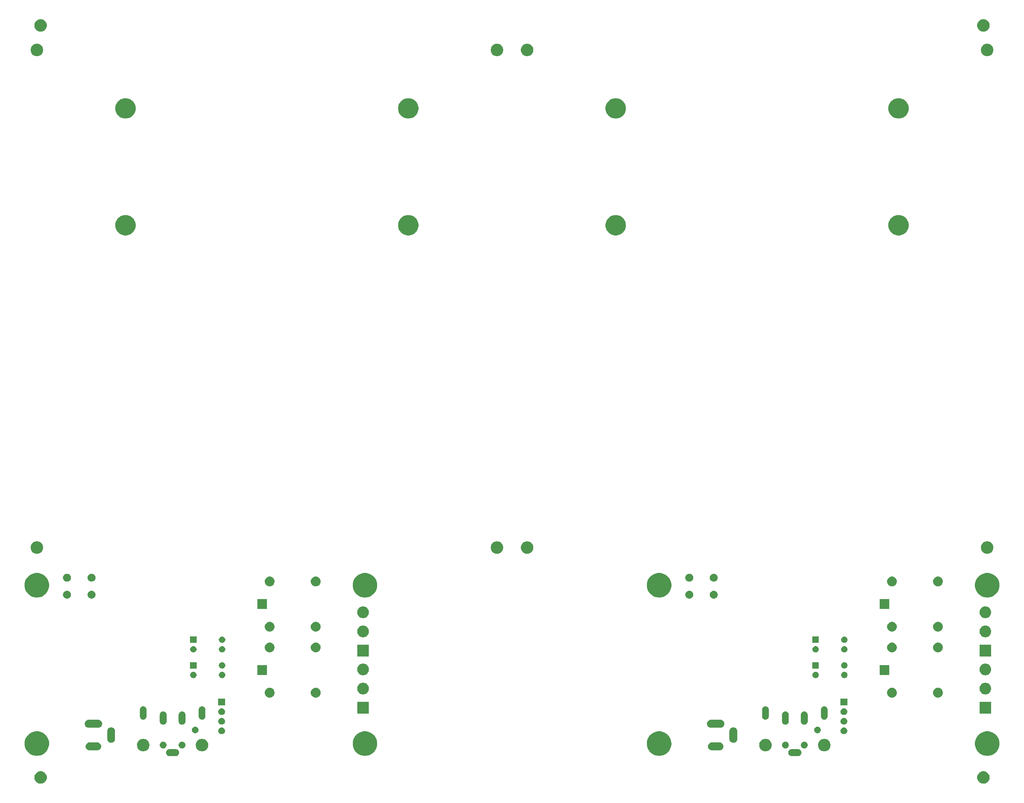
<source format=gbr>
G04 #@! TF.GenerationSoftware,KiCad,Pcbnew,(5.1.6)-1*
G04 #@! TF.CreationDate,2020-10-27T17:39:53-03:00*
G04 #@! TF.ProjectId,TP3-Panel,5450332d-5061-46e6-956c-2e6b69636164,v1.0*
G04 #@! TF.SameCoordinates,Original*
G04 #@! TF.FileFunction,Soldermask,Bot*
G04 #@! TF.FilePolarity,Negative*
%FSLAX46Y46*%
G04 Gerber Fmt 4.6, Leading zero omitted, Abs format (unit mm)*
G04 Created by KiCad (PCBNEW (5.1.6)-1) date 2020-10-27 17:39:53*
%MOMM*%
%LPD*%
G01*
G04 APERTURE LIST*
%ADD10C,0.100000*%
G04 APERTURE END LIST*
D10*
G36*
X336125256Y-229391298D02*
G01*
X336231579Y-229412447D01*
X336532042Y-229536903D01*
X336802451Y-229717585D01*
X337032415Y-229947549D01*
X337213097Y-230217958D01*
X337337553Y-230518421D01*
X337401000Y-230837391D01*
X337401000Y-231162609D01*
X337337553Y-231481579D01*
X337213097Y-231782042D01*
X337032415Y-232052451D01*
X336802451Y-232282415D01*
X336532042Y-232463097D01*
X336231579Y-232587553D01*
X336125256Y-232608702D01*
X335912611Y-232651000D01*
X335587389Y-232651000D01*
X335374744Y-232608702D01*
X335268421Y-232587553D01*
X334967958Y-232463097D01*
X334697549Y-232282415D01*
X334467585Y-232052451D01*
X334286903Y-231782042D01*
X334162447Y-231481579D01*
X334099000Y-231162609D01*
X334099000Y-230837391D01*
X334162447Y-230518421D01*
X334286903Y-230217958D01*
X334467585Y-229947549D01*
X334697549Y-229717585D01*
X334967958Y-229536903D01*
X335268421Y-229412447D01*
X335374744Y-229391298D01*
X335587389Y-229349000D01*
X335912611Y-229349000D01*
X336125256Y-229391298D01*
G37*
G36*
X86125256Y-229391298D02*
G01*
X86231579Y-229412447D01*
X86532042Y-229536903D01*
X86802451Y-229717585D01*
X87032415Y-229947549D01*
X87213097Y-230217958D01*
X87337553Y-230518421D01*
X87401000Y-230837391D01*
X87401000Y-231162609D01*
X87337553Y-231481579D01*
X87213097Y-231782042D01*
X87032415Y-232052451D01*
X86802451Y-232282415D01*
X86532042Y-232463097D01*
X86231579Y-232587553D01*
X86125256Y-232608702D01*
X85912611Y-232651000D01*
X85587389Y-232651000D01*
X85374744Y-232608702D01*
X85268421Y-232587553D01*
X84967958Y-232463097D01*
X84697549Y-232282415D01*
X84467585Y-232052451D01*
X84286903Y-231782042D01*
X84162447Y-231481579D01*
X84099000Y-231162609D01*
X84099000Y-230837391D01*
X84162447Y-230518421D01*
X84286903Y-230217958D01*
X84467585Y-229947549D01*
X84697549Y-229717585D01*
X84967958Y-229536903D01*
X85268421Y-229412447D01*
X85374744Y-229391298D01*
X85587389Y-229349000D01*
X85912611Y-229349000D01*
X86125256Y-229391298D01*
G37*
G36*
X286710443Y-223505519D02*
G01*
X286776627Y-223512037D01*
X286946466Y-223563557D01*
X287102991Y-223647222D01*
X287138729Y-223676552D01*
X287240186Y-223759814D01*
X287323448Y-223861271D01*
X287352778Y-223897009D01*
X287436443Y-224053534D01*
X287487963Y-224223373D01*
X287505359Y-224400000D01*
X287487963Y-224576627D01*
X287436443Y-224746466D01*
X287352778Y-224902991D01*
X287323448Y-224938729D01*
X287240186Y-225040186D01*
X287138729Y-225123448D01*
X287102991Y-225152778D01*
X286946466Y-225236443D01*
X286776627Y-225287963D01*
X286710442Y-225294482D01*
X286644260Y-225301000D01*
X284855740Y-225301000D01*
X284789558Y-225294482D01*
X284723373Y-225287963D01*
X284553534Y-225236443D01*
X284397009Y-225152778D01*
X284361271Y-225123448D01*
X284259814Y-225040186D01*
X284176552Y-224938729D01*
X284147222Y-224902991D01*
X284063557Y-224746466D01*
X284012037Y-224576627D01*
X283994641Y-224400000D01*
X284012037Y-224223373D01*
X284063557Y-224053534D01*
X284147222Y-223897009D01*
X284176552Y-223861271D01*
X284259814Y-223759814D01*
X284361271Y-223676552D01*
X284397009Y-223647222D01*
X284553534Y-223563557D01*
X284723373Y-223512037D01*
X284789557Y-223505519D01*
X284855740Y-223499000D01*
X286644260Y-223499000D01*
X286710443Y-223505519D01*
G37*
G36*
X121710443Y-223505519D02*
G01*
X121776627Y-223512037D01*
X121946466Y-223563557D01*
X122102991Y-223647222D01*
X122138729Y-223676552D01*
X122240186Y-223759814D01*
X122323448Y-223861271D01*
X122352778Y-223897009D01*
X122436443Y-224053534D01*
X122487963Y-224223373D01*
X122505359Y-224400000D01*
X122487963Y-224576627D01*
X122436443Y-224746466D01*
X122352778Y-224902991D01*
X122323448Y-224938729D01*
X122240186Y-225040186D01*
X122138729Y-225123448D01*
X122102991Y-225152778D01*
X121946466Y-225236443D01*
X121776627Y-225287963D01*
X121710442Y-225294482D01*
X121644260Y-225301000D01*
X119855740Y-225301000D01*
X119789558Y-225294482D01*
X119723373Y-225287963D01*
X119553534Y-225236443D01*
X119397009Y-225152778D01*
X119361271Y-225123448D01*
X119259814Y-225040186D01*
X119176552Y-224938729D01*
X119147222Y-224902991D01*
X119063557Y-224746466D01*
X119012037Y-224576627D01*
X118994641Y-224400000D01*
X119012037Y-224223373D01*
X119063557Y-224053534D01*
X119147222Y-223897009D01*
X119176552Y-223861271D01*
X119259814Y-223759814D01*
X119361271Y-223676552D01*
X119397009Y-223647222D01*
X119553534Y-223563557D01*
X119723373Y-223512037D01*
X119789557Y-223505519D01*
X119855740Y-223499000D01*
X121644260Y-223499000D01*
X121710443Y-223505519D01*
G37*
G36*
X172384239Y-218811467D02*
G01*
X172698282Y-218873934D01*
X173289926Y-219119001D01*
X173822392Y-219474784D01*
X174275216Y-219927608D01*
X174630999Y-220460074D01*
X174876066Y-221051718D01*
X174896441Y-221154149D01*
X174987945Y-221614169D01*
X175001000Y-221679804D01*
X175001000Y-222320196D01*
X174876066Y-222948282D01*
X174630999Y-223539926D01*
X174410326Y-223870186D01*
X174284165Y-224059000D01*
X174275216Y-224072392D01*
X173822392Y-224525216D01*
X173289926Y-224880999D01*
X172698282Y-225126066D01*
X172384239Y-225188533D01*
X172070197Y-225251000D01*
X171429803Y-225251000D01*
X171115761Y-225188533D01*
X170801718Y-225126066D01*
X170210074Y-224880999D01*
X169677608Y-224525216D01*
X169224784Y-224072392D01*
X169215836Y-224059000D01*
X169089674Y-223870186D01*
X168869001Y-223539926D01*
X168623934Y-222948282D01*
X168499000Y-222320196D01*
X168499000Y-221679804D01*
X168512056Y-221614169D01*
X168603559Y-221154149D01*
X168623934Y-221051718D01*
X168869001Y-220460074D01*
X169224784Y-219927608D01*
X169677608Y-219474784D01*
X170210074Y-219119001D01*
X170801718Y-218873934D01*
X171115761Y-218811467D01*
X171429803Y-218749000D01*
X172070197Y-218749000D01*
X172384239Y-218811467D01*
G37*
G36*
X337384239Y-218811467D02*
G01*
X337698282Y-218873934D01*
X338289926Y-219119001D01*
X338822392Y-219474784D01*
X339275216Y-219927608D01*
X339630999Y-220460074D01*
X339876066Y-221051718D01*
X339896441Y-221154149D01*
X339987945Y-221614169D01*
X340001000Y-221679804D01*
X340001000Y-222320196D01*
X339876066Y-222948282D01*
X339630999Y-223539926D01*
X339410326Y-223870186D01*
X339284165Y-224059000D01*
X339275216Y-224072392D01*
X338822392Y-224525216D01*
X338289926Y-224880999D01*
X337698282Y-225126066D01*
X337384239Y-225188533D01*
X337070197Y-225251000D01*
X336429803Y-225251000D01*
X336115761Y-225188533D01*
X335801718Y-225126066D01*
X335210074Y-224880999D01*
X334677608Y-224525216D01*
X334224784Y-224072392D01*
X334215836Y-224059000D01*
X334089674Y-223870186D01*
X333869001Y-223539926D01*
X333623934Y-222948282D01*
X333499000Y-222320196D01*
X333499000Y-221679804D01*
X333512056Y-221614169D01*
X333603559Y-221154149D01*
X333623934Y-221051718D01*
X333869001Y-220460074D01*
X334224784Y-219927608D01*
X334677608Y-219474784D01*
X335210074Y-219119001D01*
X335801718Y-218873934D01*
X336115761Y-218811467D01*
X336429803Y-218749000D01*
X337070197Y-218749000D01*
X337384239Y-218811467D01*
G37*
G36*
X250384239Y-218811467D02*
G01*
X250698282Y-218873934D01*
X251289926Y-219119001D01*
X251822392Y-219474784D01*
X252275216Y-219927608D01*
X252630999Y-220460074D01*
X252876066Y-221051718D01*
X252896441Y-221154149D01*
X252987945Y-221614169D01*
X253001000Y-221679804D01*
X253001000Y-222320196D01*
X252876066Y-222948282D01*
X252630999Y-223539926D01*
X252410326Y-223870186D01*
X252284165Y-224059000D01*
X252275216Y-224072392D01*
X251822392Y-224525216D01*
X251289926Y-224880999D01*
X250698282Y-225126066D01*
X250384239Y-225188533D01*
X250070197Y-225251000D01*
X249429803Y-225251000D01*
X249115761Y-225188533D01*
X248801718Y-225126066D01*
X248210074Y-224880999D01*
X247677608Y-224525216D01*
X247224784Y-224072392D01*
X247215836Y-224059000D01*
X247089674Y-223870186D01*
X246869001Y-223539926D01*
X246623934Y-222948282D01*
X246499000Y-222320196D01*
X246499000Y-221679804D01*
X246512056Y-221614169D01*
X246603559Y-221154149D01*
X246623934Y-221051718D01*
X246869001Y-220460074D01*
X247224784Y-219927608D01*
X247677608Y-219474784D01*
X248210074Y-219119001D01*
X248801718Y-218873934D01*
X249115761Y-218811467D01*
X249429803Y-218749000D01*
X250070197Y-218749000D01*
X250384239Y-218811467D01*
G37*
G36*
X85384239Y-218811467D02*
G01*
X85698282Y-218873934D01*
X86289926Y-219119001D01*
X86822392Y-219474784D01*
X87275216Y-219927608D01*
X87630999Y-220460074D01*
X87876066Y-221051718D01*
X87896441Y-221154149D01*
X87987945Y-221614169D01*
X88001000Y-221679804D01*
X88001000Y-222320196D01*
X87876066Y-222948282D01*
X87630999Y-223539926D01*
X87410326Y-223870186D01*
X87284165Y-224059000D01*
X87275216Y-224072392D01*
X86822392Y-224525216D01*
X86289926Y-224880999D01*
X85698282Y-225126066D01*
X85384239Y-225188533D01*
X85070197Y-225251000D01*
X84429803Y-225251000D01*
X84115761Y-225188533D01*
X83801718Y-225126066D01*
X83210074Y-224880999D01*
X82677608Y-224525216D01*
X82224784Y-224072392D01*
X82215836Y-224059000D01*
X82089674Y-223870186D01*
X81869001Y-223539926D01*
X81623934Y-222948282D01*
X81499000Y-222320196D01*
X81499000Y-221679804D01*
X81512056Y-221614169D01*
X81603559Y-221154149D01*
X81623934Y-221051718D01*
X81869001Y-220460074D01*
X82224784Y-219927608D01*
X82677608Y-219474784D01*
X83210074Y-219119001D01*
X83801718Y-218873934D01*
X84115761Y-218811467D01*
X84429803Y-218749000D01*
X85070197Y-218749000D01*
X85384239Y-218811467D01*
G37*
G36*
X113433911Y-220804754D02*
G01*
X113584872Y-220867284D01*
X113735831Y-220929813D01*
X113735832Y-220929814D01*
X114007548Y-221111368D01*
X114238632Y-221342452D01*
X114366368Y-221533624D01*
X114420187Y-221614169D01*
X114455325Y-221699000D01*
X114545246Y-221916089D01*
X114609000Y-222236601D01*
X114609000Y-222563399D01*
X114545246Y-222883911D01*
X114507783Y-222974354D01*
X114420187Y-223185831D01*
X114420186Y-223185832D01*
X114238632Y-223457548D01*
X114007548Y-223688632D01*
X113803761Y-223824798D01*
X113735831Y-223870187D01*
X113584871Y-223932716D01*
X113433911Y-223995246D01*
X113113399Y-224059000D01*
X112786601Y-224059000D01*
X112466089Y-223995246D01*
X112315129Y-223932716D01*
X112164169Y-223870187D01*
X112096239Y-223824798D01*
X111892452Y-223688632D01*
X111661368Y-223457548D01*
X111479814Y-223185832D01*
X111479813Y-223185831D01*
X111392217Y-222974354D01*
X111354754Y-222883911D01*
X111291000Y-222563399D01*
X111291000Y-222236601D01*
X111354754Y-221916089D01*
X111444675Y-221699000D01*
X111479813Y-221614169D01*
X111533632Y-221533624D01*
X111661368Y-221342452D01*
X111892452Y-221111368D01*
X112164168Y-220929814D01*
X112164169Y-220929813D01*
X112315128Y-220867284D01*
X112466089Y-220804754D01*
X112786601Y-220741000D01*
X113113399Y-220741000D01*
X113433911Y-220804754D01*
G37*
G36*
X129033911Y-220804754D02*
G01*
X129184872Y-220867284D01*
X129335831Y-220929813D01*
X129335832Y-220929814D01*
X129607548Y-221111368D01*
X129838632Y-221342452D01*
X129966368Y-221533624D01*
X130020187Y-221614169D01*
X130055325Y-221699000D01*
X130145246Y-221916089D01*
X130209000Y-222236601D01*
X130209000Y-222563399D01*
X130145246Y-222883911D01*
X130107783Y-222974354D01*
X130020187Y-223185831D01*
X130020186Y-223185832D01*
X129838632Y-223457548D01*
X129607548Y-223688632D01*
X129403761Y-223824798D01*
X129335831Y-223870187D01*
X129184871Y-223932716D01*
X129033911Y-223995246D01*
X128713399Y-224059000D01*
X128386601Y-224059000D01*
X128066089Y-223995246D01*
X127915129Y-223932716D01*
X127764169Y-223870187D01*
X127696239Y-223824798D01*
X127492452Y-223688632D01*
X127261368Y-223457548D01*
X127079814Y-223185832D01*
X127079813Y-223185831D01*
X126992217Y-222974354D01*
X126954754Y-222883911D01*
X126891000Y-222563399D01*
X126891000Y-222236601D01*
X126954754Y-221916089D01*
X127044675Y-221699000D01*
X127079813Y-221614169D01*
X127133632Y-221533624D01*
X127261368Y-221342452D01*
X127492452Y-221111368D01*
X127764168Y-220929814D01*
X127764169Y-220929813D01*
X127915128Y-220867284D01*
X128066089Y-220804754D01*
X128386601Y-220741000D01*
X128713399Y-220741000D01*
X129033911Y-220804754D01*
G37*
G36*
X278433911Y-220804754D02*
G01*
X278584872Y-220867284D01*
X278735831Y-220929813D01*
X278735832Y-220929814D01*
X279007548Y-221111368D01*
X279238632Y-221342452D01*
X279366368Y-221533624D01*
X279420187Y-221614169D01*
X279455325Y-221699000D01*
X279545246Y-221916089D01*
X279609000Y-222236601D01*
X279609000Y-222563399D01*
X279545246Y-222883911D01*
X279507783Y-222974354D01*
X279420187Y-223185831D01*
X279420186Y-223185832D01*
X279238632Y-223457548D01*
X279007548Y-223688632D01*
X278803761Y-223824798D01*
X278735831Y-223870187D01*
X278584871Y-223932716D01*
X278433911Y-223995246D01*
X278113399Y-224059000D01*
X277786601Y-224059000D01*
X277466089Y-223995246D01*
X277315129Y-223932716D01*
X277164169Y-223870187D01*
X277096239Y-223824798D01*
X276892452Y-223688632D01*
X276661368Y-223457548D01*
X276479814Y-223185832D01*
X276479813Y-223185831D01*
X276392217Y-222974354D01*
X276354754Y-222883911D01*
X276291000Y-222563399D01*
X276291000Y-222236601D01*
X276354754Y-221916089D01*
X276444675Y-221699000D01*
X276479813Y-221614169D01*
X276533632Y-221533624D01*
X276661368Y-221342452D01*
X276892452Y-221111368D01*
X277164168Y-220929814D01*
X277164169Y-220929813D01*
X277315128Y-220867284D01*
X277466089Y-220804754D01*
X277786601Y-220741000D01*
X278113399Y-220741000D01*
X278433911Y-220804754D01*
G37*
G36*
X294033911Y-220804754D02*
G01*
X294184872Y-220867284D01*
X294335831Y-220929813D01*
X294335832Y-220929814D01*
X294607548Y-221111368D01*
X294838632Y-221342452D01*
X294966368Y-221533624D01*
X295020187Y-221614169D01*
X295055325Y-221699000D01*
X295145246Y-221916089D01*
X295209000Y-222236601D01*
X295209000Y-222563399D01*
X295145246Y-222883911D01*
X295107783Y-222974354D01*
X295020187Y-223185831D01*
X295020186Y-223185832D01*
X294838632Y-223457548D01*
X294607548Y-223688632D01*
X294403761Y-223824798D01*
X294335831Y-223870187D01*
X294184871Y-223932716D01*
X294033911Y-223995246D01*
X293713399Y-224059000D01*
X293386601Y-224059000D01*
X293066089Y-223995246D01*
X292915129Y-223932716D01*
X292764169Y-223870187D01*
X292696239Y-223824798D01*
X292492452Y-223688632D01*
X292261368Y-223457548D01*
X292079814Y-223185832D01*
X292079813Y-223185831D01*
X291992217Y-222974354D01*
X291954754Y-222883911D01*
X291891000Y-222563399D01*
X291891000Y-222236601D01*
X291954754Y-221916089D01*
X292044675Y-221699000D01*
X292079813Y-221614169D01*
X292133632Y-221533624D01*
X292261368Y-221342452D01*
X292492452Y-221111368D01*
X292764168Y-220929814D01*
X292764169Y-220929813D01*
X292915128Y-220867284D01*
X293066089Y-220804754D01*
X293386601Y-220741000D01*
X293713399Y-220741000D01*
X294033911Y-220804754D01*
G37*
G36*
X100853097Y-221704069D02*
G01*
X100956032Y-221714207D01*
X101154146Y-221774305D01*
X101154149Y-221774306D01*
X101213603Y-221806085D01*
X101336729Y-221871897D01*
X101496765Y-222003235D01*
X101628103Y-222163271D01*
X101673939Y-222249025D01*
X101725694Y-222345851D01*
X101725695Y-222345854D01*
X101785793Y-222543968D01*
X101806085Y-222750000D01*
X101785793Y-222956032D01*
X101742165Y-223099852D01*
X101725694Y-223154149D01*
X101708759Y-223185832D01*
X101628103Y-223336729D01*
X101496765Y-223496765D01*
X101336729Y-223628103D01*
X101250975Y-223673939D01*
X101154149Y-223725694D01*
X101154146Y-223725695D01*
X100956032Y-223785793D01*
X100853097Y-223795931D01*
X100801631Y-223801000D01*
X98698369Y-223801000D01*
X98646903Y-223795931D01*
X98543968Y-223785793D01*
X98345854Y-223725695D01*
X98345851Y-223725694D01*
X98249025Y-223673939D01*
X98163271Y-223628103D01*
X98003235Y-223496765D01*
X97871897Y-223336729D01*
X97791241Y-223185832D01*
X97774306Y-223154149D01*
X97757835Y-223099852D01*
X97714207Y-222956032D01*
X97693915Y-222750000D01*
X97714207Y-222543968D01*
X97774305Y-222345854D01*
X97774306Y-222345851D01*
X97826061Y-222249025D01*
X97871897Y-222163271D01*
X98003235Y-222003235D01*
X98163271Y-221871897D01*
X98286397Y-221806085D01*
X98345851Y-221774306D01*
X98345854Y-221774305D01*
X98543968Y-221714207D01*
X98646903Y-221704069D01*
X98698369Y-221699000D01*
X100801631Y-221699000D01*
X100853097Y-221704069D01*
G37*
G36*
X265853097Y-221704069D02*
G01*
X265956032Y-221714207D01*
X266154146Y-221774305D01*
X266154149Y-221774306D01*
X266213603Y-221806085D01*
X266336729Y-221871897D01*
X266496765Y-222003235D01*
X266628103Y-222163271D01*
X266673939Y-222249025D01*
X266725694Y-222345851D01*
X266725695Y-222345854D01*
X266785793Y-222543968D01*
X266806085Y-222750000D01*
X266785793Y-222956032D01*
X266742165Y-223099852D01*
X266725694Y-223154149D01*
X266708759Y-223185832D01*
X266628103Y-223336729D01*
X266496765Y-223496765D01*
X266336729Y-223628103D01*
X266250975Y-223673939D01*
X266154149Y-223725694D01*
X266154146Y-223725695D01*
X265956032Y-223785793D01*
X265853097Y-223795931D01*
X265801631Y-223801000D01*
X263698369Y-223801000D01*
X263646903Y-223795931D01*
X263543968Y-223785793D01*
X263345854Y-223725695D01*
X263345851Y-223725694D01*
X263249025Y-223673939D01*
X263163271Y-223628103D01*
X263003235Y-223496765D01*
X262871897Y-223336729D01*
X262791241Y-223185832D01*
X262774306Y-223154149D01*
X262757835Y-223099852D01*
X262714207Y-222956032D01*
X262693915Y-222750000D01*
X262714207Y-222543968D01*
X262774305Y-222345854D01*
X262774306Y-222345851D01*
X262826061Y-222249025D01*
X262871897Y-222163271D01*
X263003235Y-222003235D01*
X263163271Y-221871897D01*
X263286397Y-221806085D01*
X263345851Y-221774306D01*
X263345854Y-221774305D01*
X263543968Y-221714207D01*
X263646903Y-221704069D01*
X263698369Y-221699000D01*
X265801631Y-221699000D01*
X265853097Y-221704069D01*
G37*
G36*
X288363512Y-221503927D02*
G01*
X288512812Y-221533624D01*
X288676784Y-221601544D01*
X288824354Y-221700147D01*
X288949853Y-221825646D01*
X289048456Y-221973216D01*
X289116376Y-222137188D01*
X289151000Y-222311259D01*
X289151000Y-222488741D01*
X289116376Y-222662812D01*
X289048456Y-222826784D01*
X288949853Y-222974354D01*
X288824354Y-223099853D01*
X288676784Y-223198456D01*
X288512812Y-223266376D01*
X288363512Y-223296073D01*
X288338742Y-223301000D01*
X288161258Y-223301000D01*
X288136488Y-223296073D01*
X287987188Y-223266376D01*
X287823216Y-223198456D01*
X287675646Y-223099853D01*
X287550147Y-222974354D01*
X287451544Y-222826784D01*
X287383624Y-222662812D01*
X287349000Y-222488741D01*
X287349000Y-222311259D01*
X287383624Y-222137188D01*
X287451544Y-221973216D01*
X287550147Y-221825646D01*
X287675646Y-221700147D01*
X287823216Y-221601544D01*
X287987188Y-221533624D01*
X288136488Y-221503927D01*
X288161258Y-221499000D01*
X288338742Y-221499000D01*
X288363512Y-221503927D01*
G37*
G36*
X118363512Y-221503927D02*
G01*
X118512812Y-221533624D01*
X118676784Y-221601544D01*
X118824354Y-221700147D01*
X118949853Y-221825646D01*
X119048456Y-221973216D01*
X119116376Y-222137188D01*
X119151000Y-222311259D01*
X119151000Y-222488741D01*
X119116376Y-222662812D01*
X119048456Y-222826784D01*
X118949853Y-222974354D01*
X118824354Y-223099853D01*
X118676784Y-223198456D01*
X118512812Y-223266376D01*
X118363512Y-223296073D01*
X118338742Y-223301000D01*
X118161258Y-223301000D01*
X118136488Y-223296073D01*
X117987188Y-223266376D01*
X117823216Y-223198456D01*
X117675646Y-223099853D01*
X117550147Y-222974354D01*
X117451544Y-222826784D01*
X117383624Y-222662812D01*
X117349000Y-222488741D01*
X117349000Y-222311259D01*
X117383624Y-222137188D01*
X117451544Y-221973216D01*
X117550147Y-221825646D01*
X117675646Y-221700147D01*
X117823216Y-221601544D01*
X117987188Y-221533624D01*
X118136488Y-221503927D01*
X118161258Y-221499000D01*
X118338742Y-221499000D01*
X118363512Y-221503927D01*
G37*
G36*
X123363512Y-221503927D02*
G01*
X123512812Y-221533624D01*
X123676784Y-221601544D01*
X123824354Y-221700147D01*
X123949853Y-221825646D01*
X124048456Y-221973216D01*
X124116376Y-222137188D01*
X124151000Y-222311259D01*
X124151000Y-222488741D01*
X124116376Y-222662812D01*
X124048456Y-222826784D01*
X123949853Y-222974354D01*
X123824354Y-223099853D01*
X123676784Y-223198456D01*
X123512812Y-223266376D01*
X123363512Y-223296073D01*
X123338742Y-223301000D01*
X123161258Y-223301000D01*
X123136488Y-223296073D01*
X122987188Y-223266376D01*
X122823216Y-223198456D01*
X122675646Y-223099853D01*
X122550147Y-222974354D01*
X122451544Y-222826784D01*
X122383624Y-222662812D01*
X122349000Y-222488741D01*
X122349000Y-222311259D01*
X122383624Y-222137188D01*
X122451544Y-221973216D01*
X122550147Y-221825646D01*
X122675646Y-221700147D01*
X122823216Y-221601544D01*
X122987188Y-221533624D01*
X123136488Y-221503927D01*
X123161258Y-221499000D01*
X123338742Y-221499000D01*
X123363512Y-221503927D01*
G37*
G36*
X283363512Y-221503927D02*
G01*
X283512812Y-221533624D01*
X283676784Y-221601544D01*
X283824354Y-221700147D01*
X283949853Y-221825646D01*
X284048456Y-221973216D01*
X284116376Y-222137188D01*
X284151000Y-222311259D01*
X284151000Y-222488741D01*
X284116376Y-222662812D01*
X284048456Y-222826784D01*
X283949853Y-222974354D01*
X283824354Y-223099853D01*
X283676784Y-223198456D01*
X283512812Y-223266376D01*
X283363512Y-223296073D01*
X283338742Y-223301000D01*
X283161258Y-223301000D01*
X283136488Y-223296073D01*
X282987188Y-223266376D01*
X282823216Y-223198456D01*
X282675646Y-223099853D01*
X282550147Y-222974354D01*
X282451544Y-222826784D01*
X282383624Y-222662812D01*
X282349000Y-222488741D01*
X282349000Y-222311259D01*
X282383624Y-222137188D01*
X282451544Y-221973216D01*
X282550147Y-221825646D01*
X282675646Y-221700147D01*
X282823216Y-221601544D01*
X282987188Y-221533624D01*
X283136488Y-221503927D01*
X283161258Y-221499000D01*
X283338742Y-221499000D01*
X283363512Y-221503927D01*
G37*
G36*
X269656032Y-217714207D02*
G01*
X269854146Y-217774305D01*
X269854149Y-217774306D01*
X269942525Y-217821544D01*
X270036729Y-217871897D01*
X270196765Y-218003235D01*
X270328103Y-218163271D01*
X270344110Y-218193218D01*
X270425694Y-218345851D01*
X270425695Y-218345854D01*
X270485793Y-218543968D01*
X270501000Y-218698370D01*
X270501000Y-220801630D01*
X270485793Y-220956032D01*
X270456766Y-221051719D01*
X270425694Y-221154149D01*
X270373939Y-221250975D01*
X270328103Y-221336729D01*
X270196765Y-221496765D01*
X270036729Y-221628103D01*
X269940004Y-221679803D01*
X269854148Y-221725694D01*
X269854145Y-221725695D01*
X269656031Y-221785793D01*
X269450000Y-221806085D01*
X269243968Y-221785793D01*
X269045854Y-221725695D01*
X269045851Y-221725694D01*
X268949025Y-221673939D01*
X268863271Y-221628103D01*
X268703235Y-221496765D01*
X268571897Y-221336729D01*
X268474307Y-221154149D01*
X268474306Y-221154148D01*
X268474305Y-221154145D01*
X268414207Y-220956031D01*
X268399000Y-220801629D01*
X268399001Y-218698370D01*
X268414208Y-218543968D01*
X268474306Y-218345854D01*
X268474307Y-218345851D01*
X268555891Y-218193218D01*
X268571898Y-218163271D01*
X268703236Y-218003235D01*
X268863272Y-217871897D01*
X268957476Y-217821544D01*
X269045852Y-217774306D01*
X269045855Y-217774305D01*
X269243969Y-217714207D01*
X269450000Y-217693915D01*
X269656032Y-217714207D01*
G37*
G36*
X104656032Y-217714207D02*
G01*
X104854146Y-217774305D01*
X104854149Y-217774306D01*
X104942525Y-217821544D01*
X105036729Y-217871897D01*
X105196765Y-218003235D01*
X105328103Y-218163271D01*
X105344110Y-218193218D01*
X105425694Y-218345851D01*
X105425695Y-218345854D01*
X105485793Y-218543968D01*
X105501000Y-218698370D01*
X105501000Y-220801630D01*
X105485793Y-220956032D01*
X105456766Y-221051719D01*
X105425694Y-221154149D01*
X105373939Y-221250975D01*
X105328103Y-221336729D01*
X105196765Y-221496765D01*
X105036729Y-221628103D01*
X104940004Y-221679803D01*
X104854148Y-221725694D01*
X104854145Y-221725695D01*
X104656031Y-221785793D01*
X104450000Y-221806085D01*
X104243968Y-221785793D01*
X104045854Y-221725695D01*
X104045851Y-221725694D01*
X103949025Y-221673939D01*
X103863271Y-221628103D01*
X103703235Y-221496765D01*
X103571897Y-221336729D01*
X103474307Y-221154149D01*
X103474306Y-221154148D01*
X103474305Y-221154145D01*
X103414207Y-220956031D01*
X103399000Y-220801629D01*
X103399001Y-218698370D01*
X103414208Y-218543968D01*
X103474306Y-218345854D01*
X103474307Y-218345851D01*
X103555891Y-218193218D01*
X103571898Y-218163271D01*
X103703236Y-218003235D01*
X103863272Y-217871897D01*
X103957476Y-217821544D01*
X104045852Y-217774306D01*
X104045855Y-217774305D01*
X104243969Y-217714207D01*
X104450000Y-217693915D01*
X104656032Y-217714207D01*
G37*
G36*
X298841587Y-217719566D02*
G01*
X299012812Y-217753624D01*
X299176784Y-217821544D01*
X299324354Y-217920147D01*
X299449853Y-218045646D01*
X299548456Y-218193216D01*
X299616376Y-218357188D01*
X299651000Y-218531259D01*
X299651000Y-218708741D01*
X299616376Y-218882812D01*
X299548456Y-219046784D01*
X299449853Y-219194354D01*
X299324354Y-219319853D01*
X299176784Y-219418456D01*
X299012812Y-219486376D01*
X298863512Y-219516073D01*
X298838742Y-219521000D01*
X298661258Y-219521000D01*
X298636488Y-219516073D01*
X298487188Y-219486376D01*
X298323216Y-219418456D01*
X298175646Y-219319853D01*
X298050147Y-219194354D01*
X297951544Y-219046784D01*
X297883624Y-218882812D01*
X297849000Y-218708741D01*
X297849000Y-218531259D01*
X297883624Y-218357188D01*
X297951544Y-218193216D01*
X298050147Y-218045646D01*
X298175646Y-217920147D01*
X298323216Y-217821544D01*
X298487188Y-217753624D01*
X298658413Y-217719566D01*
X298661258Y-217719000D01*
X298838742Y-217719000D01*
X298841587Y-217719566D01*
G37*
G36*
X133841587Y-217719566D02*
G01*
X134012812Y-217753624D01*
X134176784Y-217821544D01*
X134324354Y-217920147D01*
X134449853Y-218045646D01*
X134548456Y-218193216D01*
X134616376Y-218357188D01*
X134651000Y-218531259D01*
X134651000Y-218708741D01*
X134616376Y-218882812D01*
X134548456Y-219046784D01*
X134449853Y-219194354D01*
X134324354Y-219319853D01*
X134176784Y-219418456D01*
X134012812Y-219486376D01*
X133863512Y-219516073D01*
X133838742Y-219521000D01*
X133661258Y-219521000D01*
X133636488Y-219516073D01*
X133487188Y-219486376D01*
X133323216Y-219418456D01*
X133175646Y-219319853D01*
X133050147Y-219194354D01*
X132951544Y-219046784D01*
X132883624Y-218882812D01*
X132849000Y-218708741D01*
X132849000Y-218531259D01*
X132883624Y-218357188D01*
X132951544Y-218193216D01*
X133050147Y-218045646D01*
X133175646Y-217920147D01*
X133323216Y-217821544D01*
X133487188Y-217753624D01*
X133658413Y-217719566D01*
X133661258Y-217719000D01*
X133838742Y-217719000D01*
X133841587Y-217719566D01*
G37*
G36*
X127005520Y-217557664D02*
G01*
X127164942Y-217623699D01*
X127308418Y-217719566D01*
X127430434Y-217841582D01*
X127526301Y-217985058D01*
X127592336Y-218144480D01*
X127626000Y-218313721D01*
X127626000Y-218486279D01*
X127592336Y-218655520D01*
X127526301Y-218814942D01*
X127430434Y-218958418D01*
X127308418Y-219080434D01*
X127164942Y-219176301D01*
X127005520Y-219242336D01*
X126920899Y-219259168D01*
X126836280Y-219276000D01*
X126663720Y-219276000D01*
X126579101Y-219259168D01*
X126494480Y-219242336D01*
X126335058Y-219176301D01*
X126191582Y-219080434D01*
X126069566Y-218958418D01*
X125973699Y-218814942D01*
X125907664Y-218655520D01*
X125874000Y-218486279D01*
X125874000Y-218313721D01*
X125907664Y-218144480D01*
X125973699Y-217985058D01*
X126069566Y-217841582D01*
X126191582Y-217719566D01*
X126335058Y-217623699D01*
X126494480Y-217557664D01*
X126663720Y-217524000D01*
X126836280Y-217524000D01*
X127005520Y-217557664D01*
G37*
G36*
X292005520Y-217557664D02*
G01*
X292164942Y-217623699D01*
X292308418Y-217719566D01*
X292430434Y-217841582D01*
X292526301Y-217985058D01*
X292592336Y-218144480D01*
X292626000Y-218313721D01*
X292626000Y-218486279D01*
X292592336Y-218655520D01*
X292526301Y-218814942D01*
X292430434Y-218958418D01*
X292308418Y-219080434D01*
X292164942Y-219176301D01*
X292005520Y-219242336D01*
X291920899Y-219259168D01*
X291836280Y-219276000D01*
X291663720Y-219276000D01*
X291579101Y-219259168D01*
X291494480Y-219242336D01*
X291335058Y-219176301D01*
X291191582Y-219080434D01*
X291069566Y-218958418D01*
X290973699Y-218814942D01*
X290907664Y-218655520D01*
X290874000Y-218486279D01*
X290874000Y-218313721D01*
X290907664Y-218144480D01*
X290973699Y-217985058D01*
X291069566Y-217841582D01*
X291191582Y-217719566D01*
X291335058Y-217623699D01*
X291494480Y-217557664D01*
X291663720Y-217524000D01*
X291836280Y-217524000D01*
X292005520Y-217557664D01*
G37*
G36*
X266103097Y-215704069D02*
G01*
X266206032Y-215714207D01*
X266404146Y-215774305D01*
X266404149Y-215774306D01*
X266484375Y-215817188D01*
X266586729Y-215871897D01*
X266746765Y-216003235D01*
X266878103Y-216163271D01*
X266881027Y-216168742D01*
X266975694Y-216345851D01*
X266975695Y-216345854D01*
X267035793Y-216543968D01*
X267056085Y-216750000D01*
X267035793Y-216956032D01*
X266975695Y-217154146D01*
X266975694Y-217154149D01*
X266923939Y-217250975D01*
X266878103Y-217336729D01*
X266746765Y-217496765D01*
X266586729Y-217628103D01*
X266500975Y-217673939D01*
X266404149Y-217725694D01*
X266404146Y-217725695D01*
X266206032Y-217785793D01*
X266103097Y-217795931D01*
X266051631Y-217801000D01*
X263448369Y-217801000D01*
X263396903Y-217795931D01*
X263293968Y-217785793D01*
X263095854Y-217725695D01*
X263095851Y-217725694D01*
X262999025Y-217673939D01*
X262913271Y-217628103D01*
X262753235Y-217496765D01*
X262621897Y-217336729D01*
X262576061Y-217250975D01*
X262524306Y-217154149D01*
X262524305Y-217154146D01*
X262464207Y-216956032D01*
X262443915Y-216750000D01*
X262464207Y-216543968D01*
X262524305Y-216345854D01*
X262524306Y-216345851D01*
X262618973Y-216168742D01*
X262621897Y-216163271D01*
X262753235Y-216003235D01*
X262913271Y-215871897D01*
X263015625Y-215817188D01*
X263095851Y-215774306D01*
X263095854Y-215774305D01*
X263293968Y-215714207D01*
X263396903Y-215704069D01*
X263448369Y-215699000D01*
X266051631Y-215699000D01*
X266103097Y-215704069D01*
G37*
G36*
X101103097Y-215704069D02*
G01*
X101206032Y-215714207D01*
X101404146Y-215774305D01*
X101404149Y-215774306D01*
X101484375Y-215817188D01*
X101586729Y-215871897D01*
X101746765Y-216003235D01*
X101878103Y-216163271D01*
X101881027Y-216168742D01*
X101975694Y-216345851D01*
X101975695Y-216345854D01*
X102035793Y-216543968D01*
X102056085Y-216750000D01*
X102035793Y-216956032D01*
X101975695Y-217154146D01*
X101975694Y-217154149D01*
X101923939Y-217250975D01*
X101878103Y-217336729D01*
X101746765Y-217496765D01*
X101586729Y-217628103D01*
X101500975Y-217673939D01*
X101404149Y-217725694D01*
X101404146Y-217725695D01*
X101206032Y-217785793D01*
X101103097Y-217795931D01*
X101051631Y-217801000D01*
X98448369Y-217801000D01*
X98396903Y-217795931D01*
X98293968Y-217785793D01*
X98095854Y-217725695D01*
X98095851Y-217725694D01*
X97999025Y-217673939D01*
X97913271Y-217628103D01*
X97753235Y-217496765D01*
X97621897Y-217336729D01*
X97576061Y-217250975D01*
X97524306Y-217154149D01*
X97524305Y-217154146D01*
X97464207Y-216956032D01*
X97443915Y-216750000D01*
X97464207Y-216543968D01*
X97524305Y-216345854D01*
X97524306Y-216345851D01*
X97618973Y-216168742D01*
X97621897Y-216163271D01*
X97753235Y-216003235D01*
X97913271Y-215871897D01*
X98015625Y-215817188D01*
X98095851Y-215774306D01*
X98095854Y-215774305D01*
X98293968Y-215714207D01*
X98396903Y-215704069D01*
X98448369Y-215699000D01*
X101051631Y-215699000D01*
X101103097Y-215704069D01*
G37*
G36*
X283426627Y-213512037D02*
G01*
X283596466Y-213563557D01*
X283752991Y-213647222D01*
X283788729Y-213676552D01*
X283890186Y-213759814D01*
X283973448Y-213861271D01*
X284002778Y-213897009D01*
X284086443Y-214053534D01*
X284137963Y-214223373D01*
X284137963Y-214223375D01*
X284151000Y-214355740D01*
X284151000Y-216144260D01*
X284149127Y-216163272D01*
X284137963Y-216276627D01*
X284086443Y-216446466D01*
X284002778Y-216602991D01*
X283973448Y-216638729D01*
X283890186Y-216740186D01*
X283752989Y-216852779D01*
X283596467Y-216936442D01*
X283596465Y-216936443D01*
X283426626Y-216987963D01*
X283250000Y-217005359D01*
X283073373Y-216987963D01*
X282903534Y-216936443D01*
X282747009Y-216852778D01*
X282711271Y-216823448D01*
X282609814Y-216740186D01*
X282497221Y-216602989D01*
X282413558Y-216446467D01*
X282413557Y-216446465D01*
X282362037Y-216276626D01*
X282355519Y-216210442D01*
X282349000Y-216144259D01*
X282349001Y-214355740D01*
X282362038Y-214223375D01*
X282362038Y-214223373D01*
X282413558Y-214053534D01*
X282497223Y-213897009D01*
X282526553Y-213861271D01*
X282609815Y-213759814D01*
X282711272Y-213676552D01*
X282747010Y-213647222D01*
X282903535Y-213563557D01*
X283073374Y-213512037D01*
X283250000Y-213494641D01*
X283426627Y-213512037D01*
G37*
G36*
X288426627Y-213512037D02*
G01*
X288596466Y-213563557D01*
X288752991Y-213647222D01*
X288788729Y-213676552D01*
X288890186Y-213759814D01*
X288973448Y-213861271D01*
X289002778Y-213897009D01*
X289086443Y-214053534D01*
X289137963Y-214223373D01*
X289137963Y-214223375D01*
X289151000Y-214355740D01*
X289151000Y-216144260D01*
X289149127Y-216163272D01*
X289137963Y-216276627D01*
X289086443Y-216446466D01*
X289002778Y-216602991D01*
X288973448Y-216638729D01*
X288890186Y-216740186D01*
X288752989Y-216852779D01*
X288596467Y-216936442D01*
X288596465Y-216936443D01*
X288426626Y-216987963D01*
X288250000Y-217005359D01*
X288073373Y-216987963D01*
X287903534Y-216936443D01*
X287747009Y-216852778D01*
X287711271Y-216823448D01*
X287609814Y-216740186D01*
X287497221Y-216602989D01*
X287413558Y-216446467D01*
X287413557Y-216446465D01*
X287362037Y-216276626D01*
X287355519Y-216210442D01*
X287349000Y-216144259D01*
X287349001Y-214355740D01*
X287362038Y-214223375D01*
X287362038Y-214223373D01*
X287413558Y-214053534D01*
X287497223Y-213897009D01*
X287526553Y-213861271D01*
X287609815Y-213759814D01*
X287711272Y-213676552D01*
X287747010Y-213647222D01*
X287903535Y-213563557D01*
X288073374Y-213512037D01*
X288250000Y-213494641D01*
X288426627Y-213512037D01*
G37*
G36*
X123426627Y-213512037D02*
G01*
X123596466Y-213563557D01*
X123752991Y-213647222D01*
X123788729Y-213676552D01*
X123890186Y-213759814D01*
X123973448Y-213861271D01*
X124002778Y-213897009D01*
X124086443Y-214053534D01*
X124137963Y-214223373D01*
X124137963Y-214223375D01*
X124151000Y-214355740D01*
X124151000Y-216144260D01*
X124149127Y-216163272D01*
X124137963Y-216276627D01*
X124086443Y-216446466D01*
X124002778Y-216602991D01*
X123973448Y-216638729D01*
X123890186Y-216740186D01*
X123752989Y-216852779D01*
X123596467Y-216936442D01*
X123596465Y-216936443D01*
X123426626Y-216987963D01*
X123250000Y-217005359D01*
X123073373Y-216987963D01*
X122903534Y-216936443D01*
X122747009Y-216852778D01*
X122711271Y-216823448D01*
X122609814Y-216740186D01*
X122497221Y-216602989D01*
X122413558Y-216446467D01*
X122413557Y-216446465D01*
X122362037Y-216276626D01*
X122355519Y-216210442D01*
X122349000Y-216144259D01*
X122349001Y-214355740D01*
X122362038Y-214223375D01*
X122362038Y-214223373D01*
X122413558Y-214053534D01*
X122497223Y-213897009D01*
X122526553Y-213861271D01*
X122609815Y-213759814D01*
X122711272Y-213676552D01*
X122747010Y-213647222D01*
X122903535Y-213563557D01*
X123073374Y-213512037D01*
X123250000Y-213494641D01*
X123426627Y-213512037D01*
G37*
G36*
X118426627Y-213512037D02*
G01*
X118596466Y-213563557D01*
X118752991Y-213647222D01*
X118788729Y-213676552D01*
X118890186Y-213759814D01*
X118973448Y-213861271D01*
X119002778Y-213897009D01*
X119086443Y-214053534D01*
X119137963Y-214223373D01*
X119137963Y-214223375D01*
X119151000Y-214355740D01*
X119151000Y-216144260D01*
X119149127Y-216163272D01*
X119137963Y-216276627D01*
X119086443Y-216446466D01*
X119002778Y-216602991D01*
X118973448Y-216638729D01*
X118890186Y-216740186D01*
X118752989Y-216852779D01*
X118596467Y-216936442D01*
X118596465Y-216936443D01*
X118426626Y-216987963D01*
X118250000Y-217005359D01*
X118073373Y-216987963D01*
X117903534Y-216936443D01*
X117747009Y-216852778D01*
X117711271Y-216823448D01*
X117609814Y-216740186D01*
X117497221Y-216602989D01*
X117413558Y-216446467D01*
X117413557Y-216446465D01*
X117362037Y-216276626D01*
X117355519Y-216210442D01*
X117349000Y-216144259D01*
X117349001Y-214355740D01*
X117362038Y-214223375D01*
X117362038Y-214223373D01*
X117413558Y-214053534D01*
X117497223Y-213897009D01*
X117526553Y-213861271D01*
X117609815Y-213759814D01*
X117711272Y-213676552D01*
X117747010Y-213647222D01*
X117903535Y-213563557D01*
X118073374Y-213512037D01*
X118250000Y-213494641D01*
X118426627Y-213512037D01*
G37*
G36*
X133863512Y-215183927D02*
G01*
X134012812Y-215213624D01*
X134176784Y-215281544D01*
X134324354Y-215380147D01*
X134449853Y-215505646D01*
X134548456Y-215653216D01*
X134616376Y-215817188D01*
X134651000Y-215991259D01*
X134651000Y-216168741D01*
X134616376Y-216342812D01*
X134548456Y-216506784D01*
X134449853Y-216654354D01*
X134324354Y-216779853D01*
X134176784Y-216878456D01*
X134012812Y-216946376D01*
X133863512Y-216976073D01*
X133838742Y-216981000D01*
X133661258Y-216981000D01*
X133636488Y-216976073D01*
X133487188Y-216946376D01*
X133323216Y-216878456D01*
X133175646Y-216779853D01*
X133050147Y-216654354D01*
X132951544Y-216506784D01*
X132883624Y-216342812D01*
X132849000Y-216168741D01*
X132849000Y-215991259D01*
X132883624Y-215817188D01*
X132951544Y-215653216D01*
X133050147Y-215505646D01*
X133175646Y-215380147D01*
X133323216Y-215281544D01*
X133487188Y-215213624D01*
X133636488Y-215183927D01*
X133661258Y-215179000D01*
X133838742Y-215179000D01*
X133863512Y-215183927D01*
G37*
G36*
X298863512Y-215183927D02*
G01*
X299012812Y-215213624D01*
X299176784Y-215281544D01*
X299324354Y-215380147D01*
X299449853Y-215505646D01*
X299548456Y-215653216D01*
X299616376Y-215817188D01*
X299651000Y-215991259D01*
X299651000Y-216168741D01*
X299616376Y-216342812D01*
X299548456Y-216506784D01*
X299449853Y-216654354D01*
X299324354Y-216779853D01*
X299176784Y-216878456D01*
X299012812Y-216946376D01*
X298863512Y-216976073D01*
X298838742Y-216981000D01*
X298661258Y-216981000D01*
X298636488Y-216976073D01*
X298487188Y-216946376D01*
X298323216Y-216878456D01*
X298175646Y-216779853D01*
X298050147Y-216654354D01*
X297951544Y-216506784D01*
X297883624Y-216342812D01*
X297849000Y-216168741D01*
X297849000Y-215991259D01*
X297883624Y-215817188D01*
X297951544Y-215653216D01*
X298050147Y-215505646D01*
X298175646Y-215380147D01*
X298323216Y-215281544D01*
X298487188Y-215213624D01*
X298636488Y-215183927D01*
X298661258Y-215179000D01*
X298838742Y-215179000D01*
X298863512Y-215183927D01*
G37*
G36*
X128726627Y-212162037D02*
G01*
X128896466Y-212213557D01*
X129052991Y-212297222D01*
X129088729Y-212326552D01*
X129190186Y-212409814D01*
X129273448Y-212511271D01*
X129302778Y-212547009D01*
X129386443Y-212703534D01*
X129437963Y-212873373D01*
X129451000Y-213005742D01*
X129451000Y-214794258D01*
X129437963Y-214926627D01*
X129386443Y-215096466D01*
X129302778Y-215252991D01*
X129279345Y-215281544D01*
X129190186Y-215390186D01*
X129052989Y-215502779D01*
X129047623Y-215505647D01*
X128896465Y-215586443D01*
X128726626Y-215637963D01*
X128550000Y-215655359D01*
X128373373Y-215637963D01*
X128203534Y-215586443D01*
X128047009Y-215502778D01*
X128011271Y-215473448D01*
X127909814Y-215390186D01*
X127797221Y-215252989D01*
X127713558Y-215096467D01*
X127713557Y-215096465D01*
X127662037Y-214926626D01*
X127649000Y-214794257D01*
X127649001Y-213005742D01*
X127662038Y-212873373D01*
X127713558Y-212703534D01*
X127797223Y-212547009D01*
X127826553Y-212511271D01*
X127909815Y-212409814D01*
X128011272Y-212326552D01*
X128047010Y-212297222D01*
X128203535Y-212213557D01*
X128373374Y-212162037D01*
X128550000Y-212144641D01*
X128726627Y-212162037D01*
G37*
G36*
X113126627Y-212162037D02*
G01*
X113296466Y-212213557D01*
X113452991Y-212297222D01*
X113488729Y-212326552D01*
X113590186Y-212409814D01*
X113673448Y-212511271D01*
X113702778Y-212547009D01*
X113786443Y-212703534D01*
X113837963Y-212873373D01*
X113851000Y-213005742D01*
X113851000Y-214794258D01*
X113837963Y-214926627D01*
X113786443Y-215096466D01*
X113702778Y-215252991D01*
X113679345Y-215281544D01*
X113590186Y-215390186D01*
X113452989Y-215502779D01*
X113447623Y-215505647D01*
X113296465Y-215586443D01*
X113126626Y-215637963D01*
X112950000Y-215655359D01*
X112773373Y-215637963D01*
X112603534Y-215586443D01*
X112447009Y-215502778D01*
X112411271Y-215473448D01*
X112309814Y-215390186D01*
X112197221Y-215252989D01*
X112113558Y-215096467D01*
X112113557Y-215096465D01*
X112062037Y-214926626D01*
X112049000Y-214794257D01*
X112049001Y-213005742D01*
X112062038Y-212873373D01*
X112113558Y-212703534D01*
X112197223Y-212547009D01*
X112226553Y-212511271D01*
X112309815Y-212409814D01*
X112411272Y-212326552D01*
X112447010Y-212297222D01*
X112603535Y-212213557D01*
X112773374Y-212162037D01*
X112950000Y-212144641D01*
X113126627Y-212162037D01*
G37*
G36*
X293726627Y-212162037D02*
G01*
X293896466Y-212213557D01*
X294052991Y-212297222D01*
X294088729Y-212326552D01*
X294190186Y-212409814D01*
X294273448Y-212511271D01*
X294302778Y-212547009D01*
X294386443Y-212703534D01*
X294437963Y-212873373D01*
X294451000Y-213005742D01*
X294451000Y-214794258D01*
X294437963Y-214926627D01*
X294386443Y-215096466D01*
X294302778Y-215252991D01*
X294279345Y-215281544D01*
X294190186Y-215390186D01*
X294052989Y-215502779D01*
X294047623Y-215505647D01*
X293896465Y-215586443D01*
X293726626Y-215637963D01*
X293550000Y-215655359D01*
X293373373Y-215637963D01*
X293203534Y-215586443D01*
X293047009Y-215502778D01*
X293011271Y-215473448D01*
X292909814Y-215390186D01*
X292797221Y-215252989D01*
X292713558Y-215096467D01*
X292713557Y-215096465D01*
X292662037Y-214926626D01*
X292649000Y-214794257D01*
X292649001Y-213005742D01*
X292662038Y-212873373D01*
X292713558Y-212703534D01*
X292797223Y-212547009D01*
X292826553Y-212511271D01*
X292909815Y-212409814D01*
X293011272Y-212326552D01*
X293047010Y-212297222D01*
X293203535Y-212213557D01*
X293373374Y-212162037D01*
X293550000Y-212144641D01*
X293726627Y-212162037D01*
G37*
G36*
X278126627Y-212162037D02*
G01*
X278296466Y-212213557D01*
X278452991Y-212297222D01*
X278488729Y-212326552D01*
X278590186Y-212409814D01*
X278673448Y-212511271D01*
X278702778Y-212547009D01*
X278786443Y-212703534D01*
X278837963Y-212873373D01*
X278851000Y-213005742D01*
X278851000Y-214794258D01*
X278837963Y-214926627D01*
X278786443Y-215096466D01*
X278702778Y-215252991D01*
X278679345Y-215281544D01*
X278590186Y-215390186D01*
X278452989Y-215502779D01*
X278447623Y-215505647D01*
X278296465Y-215586443D01*
X278126626Y-215637963D01*
X277950000Y-215655359D01*
X277773373Y-215637963D01*
X277603534Y-215586443D01*
X277447009Y-215502778D01*
X277411271Y-215473448D01*
X277309814Y-215390186D01*
X277197221Y-215252989D01*
X277113558Y-215096467D01*
X277113557Y-215096465D01*
X277062037Y-214926626D01*
X277049000Y-214794257D01*
X277049001Y-213005742D01*
X277062038Y-212873373D01*
X277113558Y-212703534D01*
X277197223Y-212547009D01*
X277226553Y-212511271D01*
X277309815Y-212409814D01*
X277411272Y-212326552D01*
X277447010Y-212297222D01*
X277603535Y-212213557D01*
X277773374Y-212162037D01*
X277950000Y-212144641D01*
X278126627Y-212162037D01*
G37*
G36*
X133863512Y-212643927D02*
G01*
X134012812Y-212673624D01*
X134176784Y-212741544D01*
X134324354Y-212840147D01*
X134449853Y-212965646D01*
X134548456Y-213113216D01*
X134616376Y-213277188D01*
X134651000Y-213451259D01*
X134651000Y-213628741D01*
X134616376Y-213802812D01*
X134548456Y-213966784D01*
X134449853Y-214114354D01*
X134324354Y-214239853D01*
X134176784Y-214338456D01*
X134012812Y-214406376D01*
X133863512Y-214436073D01*
X133838742Y-214441000D01*
X133661258Y-214441000D01*
X133636488Y-214436073D01*
X133487188Y-214406376D01*
X133323216Y-214338456D01*
X133175646Y-214239853D01*
X133050147Y-214114354D01*
X132951544Y-213966784D01*
X132883624Y-213802812D01*
X132849000Y-213628741D01*
X132849000Y-213451259D01*
X132883624Y-213277188D01*
X132951544Y-213113216D01*
X133050147Y-212965646D01*
X133175646Y-212840147D01*
X133323216Y-212741544D01*
X133487188Y-212673624D01*
X133636488Y-212643927D01*
X133661258Y-212639000D01*
X133838742Y-212639000D01*
X133863512Y-212643927D01*
G37*
G36*
X298863512Y-212643927D02*
G01*
X299012812Y-212673624D01*
X299176784Y-212741544D01*
X299324354Y-212840147D01*
X299449853Y-212965646D01*
X299548456Y-213113216D01*
X299616376Y-213277188D01*
X299651000Y-213451259D01*
X299651000Y-213628741D01*
X299616376Y-213802812D01*
X299548456Y-213966784D01*
X299449853Y-214114354D01*
X299324354Y-214239853D01*
X299176784Y-214338456D01*
X299012812Y-214406376D01*
X298863512Y-214436073D01*
X298838742Y-214441000D01*
X298661258Y-214441000D01*
X298636488Y-214436073D01*
X298487188Y-214406376D01*
X298323216Y-214338456D01*
X298175646Y-214239853D01*
X298050147Y-214114354D01*
X297951544Y-213966784D01*
X297883624Y-213802812D01*
X297849000Y-213628741D01*
X297849000Y-213451259D01*
X297883624Y-213277188D01*
X297951544Y-213113216D01*
X298050147Y-212965646D01*
X298175646Y-212840147D01*
X298323216Y-212741544D01*
X298487188Y-212673624D01*
X298636488Y-212643927D01*
X298661258Y-212639000D01*
X298838742Y-212639000D01*
X298863512Y-212643927D01*
G37*
G36*
X172801000Y-214051000D02*
G01*
X169699000Y-214051000D01*
X169699000Y-210949000D01*
X172801000Y-210949000D01*
X172801000Y-214051000D01*
G37*
G36*
X337801000Y-214051000D02*
G01*
X334699000Y-214051000D01*
X334699000Y-210949000D01*
X337801000Y-210949000D01*
X337801000Y-214051000D01*
G37*
G36*
X134651000Y-211901000D02*
G01*
X132849000Y-211901000D01*
X132849000Y-210099000D01*
X134651000Y-210099000D01*
X134651000Y-211901000D01*
G37*
G36*
X299651000Y-211901000D02*
G01*
X297849000Y-211901000D01*
X297849000Y-210099000D01*
X299651000Y-210099000D01*
X299651000Y-211901000D01*
G37*
G36*
X311879487Y-207248996D02*
G01*
X312116253Y-207347068D01*
X312116255Y-207347069D01*
X312329339Y-207489447D01*
X312510553Y-207670661D01*
X312645357Y-207872409D01*
X312652932Y-207883747D01*
X312751004Y-208120513D01*
X312801000Y-208371861D01*
X312801000Y-208628139D01*
X312751004Y-208879487D01*
X312713098Y-208971000D01*
X312652931Y-209116255D01*
X312510553Y-209329339D01*
X312329339Y-209510553D01*
X312116255Y-209652931D01*
X312116254Y-209652932D01*
X312116253Y-209652932D01*
X311879487Y-209751004D01*
X311628139Y-209801000D01*
X311371861Y-209801000D01*
X311120513Y-209751004D01*
X310883747Y-209652932D01*
X310883746Y-209652932D01*
X310883745Y-209652931D01*
X310670661Y-209510553D01*
X310489447Y-209329339D01*
X310347069Y-209116255D01*
X310286902Y-208971000D01*
X310248996Y-208879487D01*
X310199000Y-208628139D01*
X310199000Y-208371861D01*
X310248996Y-208120513D01*
X310347068Y-207883747D01*
X310354644Y-207872409D01*
X310489447Y-207670661D01*
X310670661Y-207489447D01*
X310883745Y-207347069D01*
X310883747Y-207347068D01*
X311120513Y-207248996D01*
X311371861Y-207199000D01*
X311628139Y-207199000D01*
X311879487Y-207248996D01*
G37*
G36*
X146879487Y-207248996D02*
G01*
X147116253Y-207347068D01*
X147116255Y-207347069D01*
X147329339Y-207489447D01*
X147510553Y-207670661D01*
X147645357Y-207872409D01*
X147652932Y-207883747D01*
X147751004Y-208120513D01*
X147801000Y-208371861D01*
X147801000Y-208628139D01*
X147751004Y-208879487D01*
X147713098Y-208971000D01*
X147652931Y-209116255D01*
X147510553Y-209329339D01*
X147329339Y-209510553D01*
X147116255Y-209652931D01*
X147116254Y-209652932D01*
X147116253Y-209652932D01*
X146879487Y-209751004D01*
X146628139Y-209801000D01*
X146371861Y-209801000D01*
X146120513Y-209751004D01*
X145883747Y-209652932D01*
X145883746Y-209652932D01*
X145883745Y-209652931D01*
X145670661Y-209510553D01*
X145489447Y-209329339D01*
X145347069Y-209116255D01*
X145286902Y-208971000D01*
X145248996Y-208879487D01*
X145199000Y-208628139D01*
X145199000Y-208371861D01*
X145248996Y-208120513D01*
X145347068Y-207883747D01*
X145354644Y-207872409D01*
X145489447Y-207670661D01*
X145670661Y-207489447D01*
X145883745Y-207347069D01*
X145883747Y-207347068D01*
X146120513Y-207248996D01*
X146371861Y-207199000D01*
X146628139Y-207199000D01*
X146879487Y-207248996D01*
G37*
G36*
X159079487Y-207248996D02*
G01*
X159316253Y-207347068D01*
X159316255Y-207347069D01*
X159529339Y-207489447D01*
X159710553Y-207670661D01*
X159845357Y-207872409D01*
X159852932Y-207883747D01*
X159951004Y-208120513D01*
X160001000Y-208371861D01*
X160001000Y-208628139D01*
X159951004Y-208879487D01*
X159913098Y-208971000D01*
X159852931Y-209116255D01*
X159710553Y-209329339D01*
X159529339Y-209510553D01*
X159316255Y-209652931D01*
X159316254Y-209652932D01*
X159316253Y-209652932D01*
X159079487Y-209751004D01*
X158828139Y-209801000D01*
X158571861Y-209801000D01*
X158320513Y-209751004D01*
X158083747Y-209652932D01*
X158083746Y-209652932D01*
X158083745Y-209652931D01*
X157870661Y-209510553D01*
X157689447Y-209329339D01*
X157547069Y-209116255D01*
X157486902Y-208971000D01*
X157448996Y-208879487D01*
X157399000Y-208628139D01*
X157399000Y-208371861D01*
X157448996Y-208120513D01*
X157547068Y-207883747D01*
X157554644Y-207872409D01*
X157689447Y-207670661D01*
X157870661Y-207489447D01*
X158083745Y-207347069D01*
X158083747Y-207347068D01*
X158320513Y-207248996D01*
X158571861Y-207199000D01*
X158828139Y-207199000D01*
X159079487Y-207248996D01*
G37*
G36*
X324079487Y-207248996D02*
G01*
X324316253Y-207347068D01*
X324316255Y-207347069D01*
X324529339Y-207489447D01*
X324710553Y-207670661D01*
X324845357Y-207872409D01*
X324852932Y-207883747D01*
X324951004Y-208120513D01*
X325001000Y-208371861D01*
X325001000Y-208628139D01*
X324951004Y-208879487D01*
X324913098Y-208971000D01*
X324852931Y-209116255D01*
X324710553Y-209329339D01*
X324529339Y-209510553D01*
X324316255Y-209652931D01*
X324316254Y-209652932D01*
X324316253Y-209652932D01*
X324079487Y-209751004D01*
X323828139Y-209801000D01*
X323571861Y-209801000D01*
X323320513Y-209751004D01*
X323083747Y-209652932D01*
X323083746Y-209652932D01*
X323083745Y-209652931D01*
X322870661Y-209510553D01*
X322689447Y-209329339D01*
X322547069Y-209116255D01*
X322486902Y-208971000D01*
X322448996Y-208879487D01*
X322399000Y-208628139D01*
X322399000Y-208371861D01*
X322448996Y-208120513D01*
X322547068Y-207883747D01*
X322554644Y-207872409D01*
X322689447Y-207670661D01*
X322870661Y-207489447D01*
X323083745Y-207347069D01*
X323083747Y-207347068D01*
X323320513Y-207248996D01*
X323571861Y-207199000D01*
X323828139Y-207199000D01*
X324079487Y-207248996D01*
G37*
G36*
X171552585Y-205898802D02*
G01*
X171702410Y-205928604D01*
X171984674Y-206045521D01*
X172238705Y-206215259D01*
X172454741Y-206431295D01*
X172624479Y-206685326D01*
X172741396Y-206967590D01*
X172801000Y-207267240D01*
X172801000Y-207572760D01*
X172741396Y-207872410D01*
X172624479Y-208154674D01*
X172454741Y-208408705D01*
X172238705Y-208624741D01*
X171984674Y-208794479D01*
X171702410Y-208911396D01*
X171552585Y-208941198D01*
X171402761Y-208971000D01*
X171097239Y-208971000D01*
X170947415Y-208941198D01*
X170797590Y-208911396D01*
X170515326Y-208794479D01*
X170261295Y-208624741D01*
X170045259Y-208408705D01*
X169875521Y-208154674D01*
X169758604Y-207872410D01*
X169699000Y-207572760D01*
X169699000Y-207267240D01*
X169758604Y-206967590D01*
X169875521Y-206685326D01*
X170045259Y-206431295D01*
X170261295Y-206215259D01*
X170515326Y-206045521D01*
X170797590Y-205928604D01*
X170947415Y-205898802D01*
X171097239Y-205869000D01*
X171402761Y-205869000D01*
X171552585Y-205898802D01*
G37*
G36*
X336552585Y-205898802D02*
G01*
X336702410Y-205928604D01*
X336984674Y-206045521D01*
X337238705Y-206215259D01*
X337454741Y-206431295D01*
X337624479Y-206685326D01*
X337741396Y-206967590D01*
X337801000Y-207267240D01*
X337801000Y-207572760D01*
X337741396Y-207872410D01*
X337624479Y-208154674D01*
X337454741Y-208408705D01*
X337238705Y-208624741D01*
X336984674Y-208794479D01*
X336702410Y-208911396D01*
X336552585Y-208941198D01*
X336402761Y-208971000D01*
X336097239Y-208971000D01*
X335947415Y-208941198D01*
X335797590Y-208911396D01*
X335515326Y-208794479D01*
X335261295Y-208624741D01*
X335045259Y-208408705D01*
X334875521Y-208154674D01*
X334758604Y-207872410D01*
X334699000Y-207572760D01*
X334699000Y-207267240D01*
X334758604Y-206967590D01*
X334875521Y-206685326D01*
X335045259Y-206431295D01*
X335261295Y-206215259D01*
X335515326Y-206045521D01*
X335797590Y-205928604D01*
X335947415Y-205898802D01*
X336097239Y-205869000D01*
X336402761Y-205869000D01*
X336552585Y-205898802D01*
G37*
G36*
X291498228Y-202971703D02*
G01*
X291653100Y-203035853D01*
X291792481Y-203128985D01*
X291911015Y-203247519D01*
X292004147Y-203386900D01*
X292068297Y-203541772D01*
X292101000Y-203706184D01*
X292101000Y-203873816D01*
X292068297Y-204038228D01*
X292004147Y-204193100D01*
X291911015Y-204332481D01*
X291792481Y-204451015D01*
X291653100Y-204544147D01*
X291498228Y-204608297D01*
X291333816Y-204641000D01*
X291166184Y-204641000D01*
X291001772Y-204608297D01*
X290846900Y-204544147D01*
X290707519Y-204451015D01*
X290588985Y-204332481D01*
X290495853Y-204193100D01*
X290431703Y-204038228D01*
X290399000Y-203873816D01*
X290399000Y-203706184D01*
X290431703Y-203541772D01*
X290495853Y-203386900D01*
X290588985Y-203247519D01*
X290707519Y-203128985D01*
X290846900Y-203035853D01*
X291001772Y-202971703D01*
X291166184Y-202939000D01*
X291333816Y-202939000D01*
X291498228Y-202971703D01*
G37*
G36*
X299118228Y-202971703D02*
G01*
X299273100Y-203035853D01*
X299412481Y-203128985D01*
X299531015Y-203247519D01*
X299624147Y-203386900D01*
X299688297Y-203541772D01*
X299721000Y-203706184D01*
X299721000Y-203873816D01*
X299688297Y-204038228D01*
X299624147Y-204193100D01*
X299531015Y-204332481D01*
X299412481Y-204451015D01*
X299273100Y-204544147D01*
X299118228Y-204608297D01*
X298953816Y-204641000D01*
X298786184Y-204641000D01*
X298621772Y-204608297D01*
X298466900Y-204544147D01*
X298327519Y-204451015D01*
X298208985Y-204332481D01*
X298115853Y-204193100D01*
X298051703Y-204038228D01*
X298019000Y-203873816D01*
X298019000Y-203706184D01*
X298051703Y-203541772D01*
X298115853Y-203386900D01*
X298208985Y-203247519D01*
X298327519Y-203128985D01*
X298466900Y-203035853D01*
X298621772Y-202971703D01*
X298786184Y-202939000D01*
X298953816Y-202939000D01*
X299118228Y-202971703D01*
G37*
G36*
X134118228Y-202971703D02*
G01*
X134273100Y-203035853D01*
X134412481Y-203128985D01*
X134531015Y-203247519D01*
X134624147Y-203386900D01*
X134688297Y-203541772D01*
X134721000Y-203706184D01*
X134721000Y-203873816D01*
X134688297Y-204038228D01*
X134624147Y-204193100D01*
X134531015Y-204332481D01*
X134412481Y-204451015D01*
X134273100Y-204544147D01*
X134118228Y-204608297D01*
X133953816Y-204641000D01*
X133786184Y-204641000D01*
X133621772Y-204608297D01*
X133466900Y-204544147D01*
X133327519Y-204451015D01*
X133208985Y-204332481D01*
X133115853Y-204193100D01*
X133051703Y-204038228D01*
X133019000Y-203873816D01*
X133019000Y-203706184D01*
X133051703Y-203541772D01*
X133115853Y-203386900D01*
X133208985Y-203247519D01*
X133327519Y-203128985D01*
X133466900Y-203035853D01*
X133621772Y-202971703D01*
X133786184Y-202939000D01*
X133953816Y-202939000D01*
X134118228Y-202971703D01*
G37*
G36*
X126498228Y-202971703D02*
G01*
X126653100Y-203035853D01*
X126792481Y-203128985D01*
X126911015Y-203247519D01*
X127004147Y-203386900D01*
X127068297Y-203541772D01*
X127101000Y-203706184D01*
X127101000Y-203873816D01*
X127068297Y-204038228D01*
X127004147Y-204193100D01*
X126911015Y-204332481D01*
X126792481Y-204451015D01*
X126653100Y-204544147D01*
X126498228Y-204608297D01*
X126333816Y-204641000D01*
X126166184Y-204641000D01*
X126001772Y-204608297D01*
X125846900Y-204544147D01*
X125707519Y-204451015D01*
X125588985Y-204332481D01*
X125495853Y-204193100D01*
X125431703Y-204038228D01*
X125399000Y-203873816D01*
X125399000Y-203706184D01*
X125431703Y-203541772D01*
X125495853Y-203386900D01*
X125588985Y-203247519D01*
X125707519Y-203128985D01*
X125846900Y-203035853D01*
X126001772Y-202971703D01*
X126166184Y-202939000D01*
X126333816Y-202939000D01*
X126498228Y-202971703D01*
G37*
G36*
X171552585Y-200818802D02*
G01*
X171702410Y-200848604D01*
X171984674Y-200965521D01*
X172238705Y-201135259D01*
X172454741Y-201351295D01*
X172624479Y-201605326D01*
X172741396Y-201887590D01*
X172801000Y-202187240D01*
X172801000Y-202492760D01*
X172741396Y-202792410D01*
X172624479Y-203074674D01*
X172454741Y-203328705D01*
X172238705Y-203544741D01*
X171984674Y-203714479D01*
X171702410Y-203831396D01*
X171552585Y-203861198D01*
X171402761Y-203891000D01*
X171097239Y-203891000D01*
X170947415Y-203861198D01*
X170797590Y-203831396D01*
X170515326Y-203714479D01*
X170261295Y-203544741D01*
X170045259Y-203328705D01*
X169875521Y-203074674D01*
X169758604Y-202792410D01*
X169699000Y-202492760D01*
X169699000Y-202187240D01*
X169758604Y-201887590D01*
X169875521Y-201605326D01*
X170045259Y-201351295D01*
X170261295Y-201135259D01*
X170515326Y-200965521D01*
X170797590Y-200848604D01*
X170947415Y-200818802D01*
X171097239Y-200789000D01*
X171402761Y-200789000D01*
X171552585Y-200818802D01*
G37*
G36*
X336552585Y-200818802D02*
G01*
X336702410Y-200848604D01*
X336984674Y-200965521D01*
X337238705Y-201135259D01*
X337454741Y-201351295D01*
X337624479Y-201605326D01*
X337741396Y-201887590D01*
X337801000Y-202187240D01*
X337801000Y-202492760D01*
X337741396Y-202792410D01*
X337624479Y-203074674D01*
X337454741Y-203328705D01*
X337238705Y-203544741D01*
X336984674Y-203714479D01*
X336702410Y-203831396D01*
X336552585Y-203861198D01*
X336402761Y-203891000D01*
X336097239Y-203891000D01*
X335947415Y-203861198D01*
X335797590Y-203831396D01*
X335515326Y-203714479D01*
X335261295Y-203544741D01*
X335045259Y-203328705D01*
X334875521Y-203074674D01*
X334758604Y-202792410D01*
X334699000Y-202492760D01*
X334699000Y-202187240D01*
X334758604Y-201887590D01*
X334875521Y-201605326D01*
X335045259Y-201351295D01*
X335261295Y-201135259D01*
X335515326Y-200965521D01*
X335797590Y-200848604D01*
X335947415Y-200818802D01*
X336097239Y-200789000D01*
X336402761Y-200789000D01*
X336552585Y-200818802D01*
G37*
G36*
X145801000Y-203801000D02*
G01*
X143199000Y-203801000D01*
X143199000Y-201199000D01*
X145801000Y-201199000D01*
X145801000Y-203801000D01*
G37*
G36*
X310801000Y-203801000D02*
G01*
X308199000Y-203801000D01*
X308199000Y-201199000D01*
X310801000Y-201199000D01*
X310801000Y-203801000D01*
G37*
G36*
X292101000Y-202101000D02*
G01*
X290399000Y-202101000D01*
X290399000Y-200399000D01*
X292101000Y-200399000D01*
X292101000Y-202101000D01*
G37*
G36*
X299118228Y-200431703D02*
G01*
X299273100Y-200495853D01*
X299412481Y-200588985D01*
X299531015Y-200707519D01*
X299624147Y-200846900D01*
X299688297Y-201001772D01*
X299721000Y-201166184D01*
X299721000Y-201333816D01*
X299688297Y-201498228D01*
X299624147Y-201653100D01*
X299531015Y-201792481D01*
X299412481Y-201911015D01*
X299273100Y-202004147D01*
X299118228Y-202068297D01*
X298953816Y-202101000D01*
X298786184Y-202101000D01*
X298621772Y-202068297D01*
X298466900Y-202004147D01*
X298327519Y-201911015D01*
X298208985Y-201792481D01*
X298115853Y-201653100D01*
X298051703Y-201498228D01*
X298019000Y-201333816D01*
X298019000Y-201166184D01*
X298051703Y-201001772D01*
X298115853Y-200846900D01*
X298208985Y-200707519D01*
X298327519Y-200588985D01*
X298466900Y-200495853D01*
X298621772Y-200431703D01*
X298786184Y-200399000D01*
X298953816Y-200399000D01*
X299118228Y-200431703D01*
G37*
G36*
X134118228Y-200431703D02*
G01*
X134273100Y-200495853D01*
X134412481Y-200588985D01*
X134531015Y-200707519D01*
X134624147Y-200846900D01*
X134688297Y-201001772D01*
X134721000Y-201166184D01*
X134721000Y-201333816D01*
X134688297Y-201498228D01*
X134624147Y-201653100D01*
X134531015Y-201792481D01*
X134412481Y-201911015D01*
X134273100Y-202004147D01*
X134118228Y-202068297D01*
X133953816Y-202101000D01*
X133786184Y-202101000D01*
X133621772Y-202068297D01*
X133466900Y-202004147D01*
X133327519Y-201911015D01*
X133208985Y-201792481D01*
X133115853Y-201653100D01*
X133051703Y-201498228D01*
X133019000Y-201333816D01*
X133019000Y-201166184D01*
X133051703Y-201001772D01*
X133115853Y-200846900D01*
X133208985Y-200707519D01*
X133327519Y-200588985D01*
X133466900Y-200495853D01*
X133621772Y-200431703D01*
X133786184Y-200399000D01*
X133953816Y-200399000D01*
X134118228Y-200431703D01*
G37*
G36*
X127101000Y-202101000D02*
G01*
X125399000Y-202101000D01*
X125399000Y-200399000D01*
X127101000Y-200399000D01*
X127101000Y-202101000D01*
G37*
G36*
X337801000Y-198881000D02*
G01*
X334699000Y-198881000D01*
X334699000Y-195779000D01*
X337801000Y-195779000D01*
X337801000Y-198881000D01*
G37*
G36*
X172801000Y-198881000D02*
G01*
X169699000Y-198881000D01*
X169699000Y-195779000D01*
X172801000Y-195779000D01*
X172801000Y-198881000D01*
G37*
G36*
X126498228Y-196181703D02*
G01*
X126653100Y-196245853D01*
X126792481Y-196338985D01*
X126911015Y-196457519D01*
X127004147Y-196596900D01*
X127068297Y-196751772D01*
X127101000Y-196916184D01*
X127101000Y-197083816D01*
X127068297Y-197248228D01*
X127004147Y-197403100D01*
X126911015Y-197542481D01*
X126792481Y-197661015D01*
X126653100Y-197754147D01*
X126498228Y-197818297D01*
X126333816Y-197851000D01*
X126166184Y-197851000D01*
X126001772Y-197818297D01*
X125846900Y-197754147D01*
X125707519Y-197661015D01*
X125588985Y-197542481D01*
X125495853Y-197403100D01*
X125431703Y-197248228D01*
X125399000Y-197083816D01*
X125399000Y-196916184D01*
X125431703Y-196751772D01*
X125495853Y-196596900D01*
X125588985Y-196457519D01*
X125707519Y-196338985D01*
X125846900Y-196245853D01*
X126001772Y-196181703D01*
X126166184Y-196149000D01*
X126333816Y-196149000D01*
X126498228Y-196181703D01*
G37*
G36*
X299118228Y-196181703D02*
G01*
X299273100Y-196245853D01*
X299412481Y-196338985D01*
X299531015Y-196457519D01*
X299624147Y-196596900D01*
X299688297Y-196751772D01*
X299721000Y-196916184D01*
X299721000Y-197083816D01*
X299688297Y-197248228D01*
X299624147Y-197403100D01*
X299531015Y-197542481D01*
X299412481Y-197661015D01*
X299273100Y-197754147D01*
X299118228Y-197818297D01*
X298953816Y-197851000D01*
X298786184Y-197851000D01*
X298621772Y-197818297D01*
X298466900Y-197754147D01*
X298327519Y-197661015D01*
X298208985Y-197542481D01*
X298115853Y-197403100D01*
X298051703Y-197248228D01*
X298019000Y-197083816D01*
X298019000Y-196916184D01*
X298051703Y-196751772D01*
X298115853Y-196596900D01*
X298208985Y-196457519D01*
X298327519Y-196338985D01*
X298466900Y-196245853D01*
X298621772Y-196181703D01*
X298786184Y-196149000D01*
X298953816Y-196149000D01*
X299118228Y-196181703D01*
G37*
G36*
X291498228Y-196181703D02*
G01*
X291653100Y-196245853D01*
X291792481Y-196338985D01*
X291911015Y-196457519D01*
X292004147Y-196596900D01*
X292068297Y-196751772D01*
X292101000Y-196916184D01*
X292101000Y-197083816D01*
X292068297Y-197248228D01*
X292004147Y-197403100D01*
X291911015Y-197542481D01*
X291792481Y-197661015D01*
X291653100Y-197754147D01*
X291498228Y-197818297D01*
X291333816Y-197851000D01*
X291166184Y-197851000D01*
X291001772Y-197818297D01*
X290846900Y-197754147D01*
X290707519Y-197661015D01*
X290588985Y-197542481D01*
X290495853Y-197403100D01*
X290431703Y-197248228D01*
X290399000Y-197083816D01*
X290399000Y-196916184D01*
X290431703Y-196751772D01*
X290495853Y-196596900D01*
X290588985Y-196457519D01*
X290707519Y-196338985D01*
X290846900Y-196245853D01*
X291001772Y-196181703D01*
X291166184Y-196149000D01*
X291333816Y-196149000D01*
X291498228Y-196181703D01*
G37*
G36*
X134118228Y-196181703D02*
G01*
X134273100Y-196245853D01*
X134412481Y-196338985D01*
X134531015Y-196457519D01*
X134624147Y-196596900D01*
X134688297Y-196751772D01*
X134721000Y-196916184D01*
X134721000Y-197083816D01*
X134688297Y-197248228D01*
X134624147Y-197403100D01*
X134531015Y-197542481D01*
X134412481Y-197661015D01*
X134273100Y-197754147D01*
X134118228Y-197818297D01*
X133953816Y-197851000D01*
X133786184Y-197851000D01*
X133621772Y-197818297D01*
X133466900Y-197754147D01*
X133327519Y-197661015D01*
X133208985Y-197542481D01*
X133115853Y-197403100D01*
X133051703Y-197248228D01*
X133019000Y-197083816D01*
X133019000Y-196916184D01*
X133051703Y-196751772D01*
X133115853Y-196596900D01*
X133208985Y-196457519D01*
X133327519Y-196338985D01*
X133466900Y-196245853D01*
X133621772Y-196181703D01*
X133786184Y-196149000D01*
X133953816Y-196149000D01*
X134118228Y-196181703D01*
G37*
G36*
X311879487Y-195248996D02*
G01*
X312029177Y-195311000D01*
X312116255Y-195347069D01*
X312329339Y-195489447D01*
X312510553Y-195670661D01*
X312652932Y-195883747D01*
X312751004Y-196120513D01*
X312801000Y-196371861D01*
X312801000Y-196628139D01*
X312751004Y-196879487D01*
X312735803Y-196916185D01*
X312652931Y-197116255D01*
X312510553Y-197329339D01*
X312329339Y-197510553D01*
X312116255Y-197652931D01*
X312116254Y-197652932D01*
X312116253Y-197652932D01*
X311879487Y-197751004D01*
X311628139Y-197801000D01*
X311371861Y-197801000D01*
X311120513Y-197751004D01*
X310883747Y-197652932D01*
X310883746Y-197652932D01*
X310883745Y-197652931D01*
X310670661Y-197510553D01*
X310489447Y-197329339D01*
X310347069Y-197116255D01*
X310264197Y-196916185D01*
X310248996Y-196879487D01*
X310199000Y-196628139D01*
X310199000Y-196371861D01*
X310248996Y-196120513D01*
X310347068Y-195883747D01*
X310489447Y-195670661D01*
X310670661Y-195489447D01*
X310883745Y-195347069D01*
X310970823Y-195311000D01*
X311120513Y-195248996D01*
X311371861Y-195199000D01*
X311628139Y-195199000D01*
X311879487Y-195248996D01*
G37*
G36*
X159079487Y-195248996D02*
G01*
X159229177Y-195311000D01*
X159316255Y-195347069D01*
X159529339Y-195489447D01*
X159710553Y-195670661D01*
X159852932Y-195883747D01*
X159951004Y-196120513D01*
X160001000Y-196371861D01*
X160001000Y-196628139D01*
X159951004Y-196879487D01*
X159935803Y-196916185D01*
X159852931Y-197116255D01*
X159710553Y-197329339D01*
X159529339Y-197510553D01*
X159316255Y-197652931D01*
X159316254Y-197652932D01*
X159316253Y-197652932D01*
X159079487Y-197751004D01*
X158828139Y-197801000D01*
X158571861Y-197801000D01*
X158320513Y-197751004D01*
X158083747Y-197652932D01*
X158083746Y-197652932D01*
X158083745Y-197652931D01*
X157870661Y-197510553D01*
X157689447Y-197329339D01*
X157547069Y-197116255D01*
X157464197Y-196916185D01*
X157448996Y-196879487D01*
X157399000Y-196628139D01*
X157399000Y-196371861D01*
X157448996Y-196120513D01*
X157547068Y-195883747D01*
X157689447Y-195670661D01*
X157870661Y-195489447D01*
X158083745Y-195347069D01*
X158170823Y-195311000D01*
X158320513Y-195248996D01*
X158571861Y-195199000D01*
X158828139Y-195199000D01*
X159079487Y-195248996D01*
G37*
G36*
X146879487Y-195248996D02*
G01*
X147029177Y-195311000D01*
X147116255Y-195347069D01*
X147329339Y-195489447D01*
X147510553Y-195670661D01*
X147652932Y-195883747D01*
X147751004Y-196120513D01*
X147801000Y-196371861D01*
X147801000Y-196628139D01*
X147751004Y-196879487D01*
X147735803Y-196916185D01*
X147652931Y-197116255D01*
X147510553Y-197329339D01*
X147329339Y-197510553D01*
X147116255Y-197652931D01*
X147116254Y-197652932D01*
X147116253Y-197652932D01*
X146879487Y-197751004D01*
X146628139Y-197801000D01*
X146371861Y-197801000D01*
X146120513Y-197751004D01*
X145883747Y-197652932D01*
X145883746Y-197652932D01*
X145883745Y-197652931D01*
X145670661Y-197510553D01*
X145489447Y-197329339D01*
X145347069Y-197116255D01*
X145264197Y-196916185D01*
X145248996Y-196879487D01*
X145199000Y-196628139D01*
X145199000Y-196371861D01*
X145248996Y-196120513D01*
X145347068Y-195883747D01*
X145489447Y-195670661D01*
X145670661Y-195489447D01*
X145883745Y-195347069D01*
X145970823Y-195311000D01*
X146120513Y-195248996D01*
X146371861Y-195199000D01*
X146628139Y-195199000D01*
X146879487Y-195248996D01*
G37*
G36*
X324079487Y-195248996D02*
G01*
X324229177Y-195311000D01*
X324316255Y-195347069D01*
X324529339Y-195489447D01*
X324710553Y-195670661D01*
X324852932Y-195883747D01*
X324951004Y-196120513D01*
X325001000Y-196371861D01*
X325001000Y-196628139D01*
X324951004Y-196879487D01*
X324935803Y-196916185D01*
X324852931Y-197116255D01*
X324710553Y-197329339D01*
X324529339Y-197510553D01*
X324316255Y-197652931D01*
X324316254Y-197652932D01*
X324316253Y-197652932D01*
X324079487Y-197751004D01*
X323828139Y-197801000D01*
X323571861Y-197801000D01*
X323320513Y-197751004D01*
X323083747Y-197652932D01*
X323083746Y-197652932D01*
X323083745Y-197652931D01*
X322870661Y-197510553D01*
X322689447Y-197329339D01*
X322547069Y-197116255D01*
X322464197Y-196916185D01*
X322448996Y-196879487D01*
X322399000Y-196628139D01*
X322399000Y-196371861D01*
X322448996Y-196120513D01*
X322547068Y-195883747D01*
X322689447Y-195670661D01*
X322870661Y-195489447D01*
X323083745Y-195347069D01*
X323170823Y-195311000D01*
X323320513Y-195248996D01*
X323571861Y-195199000D01*
X323828139Y-195199000D01*
X324079487Y-195248996D01*
G37*
G36*
X134118228Y-193641703D02*
G01*
X134273100Y-193705853D01*
X134412481Y-193798985D01*
X134531015Y-193917519D01*
X134624147Y-194056900D01*
X134688297Y-194211772D01*
X134721000Y-194376184D01*
X134721000Y-194543816D01*
X134688297Y-194708228D01*
X134624147Y-194863100D01*
X134531015Y-195002481D01*
X134412481Y-195121015D01*
X134273100Y-195214147D01*
X134118228Y-195278297D01*
X133953816Y-195311000D01*
X133786184Y-195311000D01*
X133621772Y-195278297D01*
X133466900Y-195214147D01*
X133327519Y-195121015D01*
X133208985Y-195002481D01*
X133115853Y-194863100D01*
X133051703Y-194708228D01*
X133019000Y-194543816D01*
X133019000Y-194376184D01*
X133051703Y-194211772D01*
X133115853Y-194056900D01*
X133208985Y-193917519D01*
X133327519Y-193798985D01*
X133466900Y-193705853D01*
X133621772Y-193641703D01*
X133786184Y-193609000D01*
X133953816Y-193609000D01*
X134118228Y-193641703D01*
G37*
G36*
X127101000Y-195311000D02*
G01*
X125399000Y-195311000D01*
X125399000Y-193609000D01*
X127101000Y-193609000D01*
X127101000Y-195311000D01*
G37*
G36*
X292101000Y-195311000D02*
G01*
X290399000Y-195311000D01*
X290399000Y-193609000D01*
X292101000Y-193609000D01*
X292101000Y-195311000D01*
G37*
G36*
X299118228Y-193641703D02*
G01*
X299273100Y-193705853D01*
X299412481Y-193798985D01*
X299531015Y-193917519D01*
X299624147Y-194056900D01*
X299688297Y-194211772D01*
X299721000Y-194376184D01*
X299721000Y-194543816D01*
X299688297Y-194708228D01*
X299624147Y-194863100D01*
X299531015Y-195002481D01*
X299412481Y-195121015D01*
X299273100Y-195214147D01*
X299118228Y-195278297D01*
X298953816Y-195311000D01*
X298786184Y-195311000D01*
X298621772Y-195278297D01*
X298466900Y-195214147D01*
X298327519Y-195121015D01*
X298208985Y-195002481D01*
X298115853Y-194863100D01*
X298051703Y-194708228D01*
X298019000Y-194543816D01*
X298019000Y-194376184D01*
X298051703Y-194211772D01*
X298115853Y-194056900D01*
X298208985Y-193917519D01*
X298327519Y-193798985D01*
X298466900Y-193705853D01*
X298621772Y-193641703D01*
X298786184Y-193609000D01*
X298953816Y-193609000D01*
X299118228Y-193641703D01*
G37*
G36*
X171552585Y-190728802D02*
G01*
X171702410Y-190758604D01*
X171984674Y-190875521D01*
X172238705Y-191045259D01*
X172454741Y-191261295D01*
X172624479Y-191515326D01*
X172741396Y-191797590D01*
X172801000Y-192097240D01*
X172801000Y-192402760D01*
X172741396Y-192702410D01*
X172624479Y-192984674D01*
X172454741Y-193238705D01*
X172238705Y-193454741D01*
X171984674Y-193624479D01*
X171702410Y-193741396D01*
X171552585Y-193771198D01*
X171402761Y-193801000D01*
X171097239Y-193801000D01*
X170947415Y-193771198D01*
X170797590Y-193741396D01*
X170515326Y-193624479D01*
X170261295Y-193454741D01*
X170045259Y-193238705D01*
X169875521Y-192984674D01*
X169758604Y-192702410D01*
X169699000Y-192402760D01*
X169699000Y-192097240D01*
X169758604Y-191797590D01*
X169875521Y-191515326D01*
X170045259Y-191261295D01*
X170261295Y-191045259D01*
X170515326Y-190875521D01*
X170797590Y-190758604D01*
X170947415Y-190728802D01*
X171097239Y-190699000D01*
X171402761Y-190699000D01*
X171552585Y-190728802D01*
G37*
G36*
X336552585Y-190728802D02*
G01*
X336702410Y-190758604D01*
X336984674Y-190875521D01*
X337238705Y-191045259D01*
X337454741Y-191261295D01*
X337624479Y-191515326D01*
X337741396Y-191797590D01*
X337801000Y-192097240D01*
X337801000Y-192402760D01*
X337741396Y-192702410D01*
X337624479Y-192984674D01*
X337454741Y-193238705D01*
X337238705Y-193454741D01*
X336984674Y-193624479D01*
X336702410Y-193741396D01*
X336552585Y-193771198D01*
X336402761Y-193801000D01*
X336097239Y-193801000D01*
X335947415Y-193771198D01*
X335797590Y-193741396D01*
X335515326Y-193624479D01*
X335261295Y-193454741D01*
X335045259Y-193238705D01*
X334875521Y-192984674D01*
X334758604Y-192702410D01*
X334699000Y-192402760D01*
X334699000Y-192097240D01*
X334758604Y-191797590D01*
X334875521Y-191515326D01*
X335045259Y-191261295D01*
X335261295Y-191045259D01*
X335515326Y-190875521D01*
X335797590Y-190758604D01*
X335947415Y-190728802D01*
X336097239Y-190699000D01*
X336402761Y-190699000D01*
X336552585Y-190728802D01*
G37*
G36*
X324079487Y-189748996D02*
G01*
X324316253Y-189847068D01*
X324316255Y-189847069D01*
X324529339Y-189989447D01*
X324710553Y-190170661D01*
X324852932Y-190383747D01*
X324951004Y-190620513D01*
X325001000Y-190871861D01*
X325001000Y-191128139D01*
X324951004Y-191379487D01*
X324852932Y-191616253D01*
X324852931Y-191616255D01*
X324710553Y-191829339D01*
X324529339Y-192010553D01*
X324316255Y-192152931D01*
X324316254Y-192152932D01*
X324316253Y-192152932D01*
X324079487Y-192251004D01*
X323828139Y-192301000D01*
X323571861Y-192301000D01*
X323320513Y-192251004D01*
X323083747Y-192152932D01*
X323083746Y-192152932D01*
X323083745Y-192152931D01*
X322870661Y-192010553D01*
X322689447Y-191829339D01*
X322547069Y-191616255D01*
X322547068Y-191616253D01*
X322448996Y-191379487D01*
X322399000Y-191128139D01*
X322399000Y-190871861D01*
X322448996Y-190620513D01*
X322547068Y-190383747D01*
X322689447Y-190170661D01*
X322870661Y-189989447D01*
X323083745Y-189847069D01*
X323083747Y-189847068D01*
X323320513Y-189748996D01*
X323571861Y-189699000D01*
X323828139Y-189699000D01*
X324079487Y-189748996D01*
G37*
G36*
X311879487Y-189748996D02*
G01*
X312116253Y-189847068D01*
X312116255Y-189847069D01*
X312329339Y-189989447D01*
X312510553Y-190170661D01*
X312652932Y-190383747D01*
X312751004Y-190620513D01*
X312801000Y-190871861D01*
X312801000Y-191128139D01*
X312751004Y-191379487D01*
X312652932Y-191616253D01*
X312652931Y-191616255D01*
X312510553Y-191829339D01*
X312329339Y-192010553D01*
X312116255Y-192152931D01*
X312116254Y-192152932D01*
X312116253Y-192152932D01*
X311879487Y-192251004D01*
X311628139Y-192301000D01*
X311371861Y-192301000D01*
X311120513Y-192251004D01*
X310883747Y-192152932D01*
X310883746Y-192152932D01*
X310883745Y-192152931D01*
X310670661Y-192010553D01*
X310489447Y-191829339D01*
X310347069Y-191616255D01*
X310347068Y-191616253D01*
X310248996Y-191379487D01*
X310199000Y-191128139D01*
X310199000Y-190871861D01*
X310248996Y-190620513D01*
X310347068Y-190383747D01*
X310489447Y-190170661D01*
X310670661Y-189989447D01*
X310883745Y-189847069D01*
X310883747Y-189847068D01*
X311120513Y-189748996D01*
X311371861Y-189699000D01*
X311628139Y-189699000D01*
X311879487Y-189748996D01*
G37*
G36*
X159079487Y-189748996D02*
G01*
X159316253Y-189847068D01*
X159316255Y-189847069D01*
X159529339Y-189989447D01*
X159710553Y-190170661D01*
X159852932Y-190383747D01*
X159951004Y-190620513D01*
X160001000Y-190871861D01*
X160001000Y-191128139D01*
X159951004Y-191379487D01*
X159852932Y-191616253D01*
X159852931Y-191616255D01*
X159710553Y-191829339D01*
X159529339Y-192010553D01*
X159316255Y-192152931D01*
X159316254Y-192152932D01*
X159316253Y-192152932D01*
X159079487Y-192251004D01*
X158828139Y-192301000D01*
X158571861Y-192301000D01*
X158320513Y-192251004D01*
X158083747Y-192152932D01*
X158083746Y-192152932D01*
X158083745Y-192152931D01*
X157870661Y-192010553D01*
X157689447Y-191829339D01*
X157547069Y-191616255D01*
X157547068Y-191616253D01*
X157448996Y-191379487D01*
X157399000Y-191128139D01*
X157399000Y-190871861D01*
X157448996Y-190620513D01*
X157547068Y-190383747D01*
X157689447Y-190170661D01*
X157870661Y-189989447D01*
X158083745Y-189847069D01*
X158083747Y-189847068D01*
X158320513Y-189748996D01*
X158571861Y-189699000D01*
X158828139Y-189699000D01*
X159079487Y-189748996D01*
G37*
G36*
X146879487Y-189748996D02*
G01*
X147116253Y-189847068D01*
X147116255Y-189847069D01*
X147329339Y-189989447D01*
X147510553Y-190170661D01*
X147652932Y-190383747D01*
X147751004Y-190620513D01*
X147801000Y-190871861D01*
X147801000Y-191128139D01*
X147751004Y-191379487D01*
X147652932Y-191616253D01*
X147652931Y-191616255D01*
X147510553Y-191829339D01*
X147329339Y-192010553D01*
X147116255Y-192152931D01*
X147116254Y-192152932D01*
X147116253Y-192152932D01*
X146879487Y-192251004D01*
X146628139Y-192301000D01*
X146371861Y-192301000D01*
X146120513Y-192251004D01*
X145883747Y-192152932D01*
X145883746Y-192152932D01*
X145883745Y-192152931D01*
X145670661Y-192010553D01*
X145489447Y-191829339D01*
X145347069Y-191616255D01*
X145347068Y-191616253D01*
X145248996Y-191379487D01*
X145199000Y-191128139D01*
X145199000Y-190871861D01*
X145248996Y-190620513D01*
X145347068Y-190383747D01*
X145489447Y-190170661D01*
X145670661Y-189989447D01*
X145883745Y-189847069D01*
X145883747Y-189847068D01*
X146120513Y-189748996D01*
X146371861Y-189699000D01*
X146628139Y-189699000D01*
X146879487Y-189748996D01*
G37*
G36*
X171552585Y-185648802D02*
G01*
X171702410Y-185678604D01*
X171984674Y-185795521D01*
X172238705Y-185965259D01*
X172454741Y-186181295D01*
X172624479Y-186435326D01*
X172741396Y-186717590D01*
X172801000Y-187017240D01*
X172801000Y-187322760D01*
X172741396Y-187622410D01*
X172624479Y-187904674D01*
X172454741Y-188158705D01*
X172238705Y-188374741D01*
X171984674Y-188544479D01*
X171702410Y-188661396D01*
X171552585Y-188691198D01*
X171402761Y-188721000D01*
X171097239Y-188721000D01*
X170947415Y-188691198D01*
X170797590Y-188661396D01*
X170515326Y-188544479D01*
X170261295Y-188374741D01*
X170045259Y-188158705D01*
X169875521Y-187904674D01*
X169758604Y-187622410D01*
X169699000Y-187322760D01*
X169699000Y-187017240D01*
X169758604Y-186717590D01*
X169875521Y-186435326D01*
X170045259Y-186181295D01*
X170261295Y-185965259D01*
X170515326Y-185795521D01*
X170797590Y-185678604D01*
X170947415Y-185648802D01*
X171097239Y-185619000D01*
X171402761Y-185619000D01*
X171552585Y-185648802D01*
G37*
G36*
X336552585Y-185648802D02*
G01*
X336702410Y-185678604D01*
X336984674Y-185795521D01*
X337238705Y-185965259D01*
X337454741Y-186181295D01*
X337624479Y-186435326D01*
X337741396Y-186717590D01*
X337801000Y-187017240D01*
X337801000Y-187322760D01*
X337741396Y-187622410D01*
X337624479Y-187904674D01*
X337454741Y-188158705D01*
X337238705Y-188374741D01*
X336984674Y-188544479D01*
X336702410Y-188661396D01*
X336552585Y-188691198D01*
X336402761Y-188721000D01*
X336097239Y-188721000D01*
X335947415Y-188691198D01*
X335797590Y-188661396D01*
X335515326Y-188544479D01*
X335261295Y-188374741D01*
X335045259Y-188158705D01*
X334875521Y-187904674D01*
X334758604Y-187622410D01*
X334699000Y-187322760D01*
X334699000Y-187017240D01*
X334758604Y-186717590D01*
X334875521Y-186435326D01*
X335045259Y-186181295D01*
X335261295Y-185965259D01*
X335515326Y-185795521D01*
X335797590Y-185678604D01*
X335947415Y-185648802D01*
X336097239Y-185619000D01*
X336402761Y-185619000D01*
X336552585Y-185648802D01*
G37*
G36*
X310801000Y-186301000D02*
G01*
X308199000Y-186301000D01*
X308199000Y-183699000D01*
X310801000Y-183699000D01*
X310801000Y-186301000D01*
G37*
G36*
X145801000Y-186301000D02*
G01*
X143199000Y-186301000D01*
X143199000Y-183699000D01*
X145801000Y-183699000D01*
X145801000Y-186301000D01*
G37*
G36*
X264556564Y-181489389D02*
G01*
X264678571Y-181539926D01*
X264747835Y-181568616D01*
X264919973Y-181683635D01*
X265066365Y-181830027D01*
X265181385Y-182002167D01*
X265260611Y-182193436D01*
X265301000Y-182396484D01*
X265301000Y-182603516D01*
X265260611Y-182806564D01*
X265229779Y-182880999D01*
X265181384Y-182997835D01*
X265066365Y-183169973D01*
X264919973Y-183316365D01*
X264747835Y-183431384D01*
X264747834Y-183431385D01*
X264747833Y-183431385D01*
X264556564Y-183510611D01*
X264353516Y-183551000D01*
X264146484Y-183551000D01*
X263943436Y-183510611D01*
X263752167Y-183431385D01*
X263752166Y-183431385D01*
X263752165Y-183431384D01*
X263580027Y-183316365D01*
X263433635Y-183169973D01*
X263318616Y-182997835D01*
X263270221Y-182880999D01*
X263239389Y-182806564D01*
X263199000Y-182603516D01*
X263199000Y-182396484D01*
X263239389Y-182193436D01*
X263318615Y-182002167D01*
X263433635Y-181830027D01*
X263580027Y-181683635D01*
X263752165Y-181568616D01*
X263821429Y-181539926D01*
X263943436Y-181489389D01*
X264146484Y-181449000D01*
X264353516Y-181449000D01*
X264556564Y-181489389D01*
G37*
G36*
X99556564Y-181489389D02*
G01*
X99678571Y-181539926D01*
X99747835Y-181568616D01*
X99919973Y-181683635D01*
X100066365Y-181830027D01*
X100181385Y-182002167D01*
X100260611Y-182193436D01*
X100301000Y-182396484D01*
X100301000Y-182603516D01*
X100260611Y-182806564D01*
X100229779Y-182880999D01*
X100181384Y-182997835D01*
X100066365Y-183169973D01*
X99919973Y-183316365D01*
X99747835Y-183431384D01*
X99747834Y-183431385D01*
X99747833Y-183431385D01*
X99556564Y-183510611D01*
X99353516Y-183551000D01*
X99146484Y-183551000D01*
X98943436Y-183510611D01*
X98752167Y-183431385D01*
X98752166Y-183431385D01*
X98752165Y-183431384D01*
X98580027Y-183316365D01*
X98433635Y-183169973D01*
X98318616Y-182997835D01*
X98270221Y-182880999D01*
X98239389Y-182806564D01*
X98199000Y-182603516D01*
X98199000Y-182396484D01*
X98239389Y-182193436D01*
X98318615Y-182002167D01*
X98433635Y-181830027D01*
X98580027Y-181683635D01*
X98752165Y-181568616D01*
X98821429Y-181539926D01*
X98943436Y-181489389D01*
X99146484Y-181449000D01*
X99353516Y-181449000D01*
X99556564Y-181489389D01*
G37*
G36*
X93056564Y-181489389D02*
G01*
X93178571Y-181539926D01*
X93247835Y-181568616D01*
X93419973Y-181683635D01*
X93566365Y-181830027D01*
X93681385Y-182002167D01*
X93760611Y-182193436D01*
X93801000Y-182396484D01*
X93801000Y-182603516D01*
X93760611Y-182806564D01*
X93729779Y-182880999D01*
X93681384Y-182997835D01*
X93566365Y-183169973D01*
X93419973Y-183316365D01*
X93247835Y-183431384D01*
X93247834Y-183431385D01*
X93247833Y-183431385D01*
X93056564Y-183510611D01*
X92853516Y-183551000D01*
X92646484Y-183551000D01*
X92443436Y-183510611D01*
X92252167Y-183431385D01*
X92252166Y-183431385D01*
X92252165Y-183431384D01*
X92080027Y-183316365D01*
X91933635Y-183169973D01*
X91818616Y-182997835D01*
X91770221Y-182880999D01*
X91739389Y-182806564D01*
X91699000Y-182603516D01*
X91699000Y-182396484D01*
X91739389Y-182193436D01*
X91818615Y-182002167D01*
X91933635Y-181830027D01*
X92080027Y-181683635D01*
X92252165Y-181568616D01*
X92321429Y-181539926D01*
X92443436Y-181489389D01*
X92646484Y-181449000D01*
X92853516Y-181449000D01*
X93056564Y-181489389D01*
G37*
G36*
X258056564Y-181489389D02*
G01*
X258178571Y-181539926D01*
X258247835Y-181568616D01*
X258419973Y-181683635D01*
X258566365Y-181830027D01*
X258681385Y-182002167D01*
X258760611Y-182193436D01*
X258801000Y-182396484D01*
X258801000Y-182603516D01*
X258760611Y-182806564D01*
X258729779Y-182880999D01*
X258681384Y-182997835D01*
X258566365Y-183169973D01*
X258419973Y-183316365D01*
X258247835Y-183431384D01*
X258247834Y-183431385D01*
X258247833Y-183431385D01*
X258056564Y-183510611D01*
X257853516Y-183551000D01*
X257646484Y-183551000D01*
X257443436Y-183510611D01*
X257252167Y-183431385D01*
X257252166Y-183431385D01*
X257252165Y-183431384D01*
X257080027Y-183316365D01*
X256933635Y-183169973D01*
X256818616Y-182997835D01*
X256770221Y-182880999D01*
X256739389Y-182806564D01*
X256699000Y-182603516D01*
X256699000Y-182396484D01*
X256739389Y-182193436D01*
X256818615Y-182002167D01*
X256933635Y-181830027D01*
X257080027Y-181683635D01*
X257252165Y-181568616D01*
X257321429Y-181539926D01*
X257443436Y-181489389D01*
X257646484Y-181449000D01*
X257853516Y-181449000D01*
X258056564Y-181489389D01*
G37*
G36*
X85384239Y-176811467D02*
G01*
X85698282Y-176873934D01*
X86289926Y-177119001D01*
X86822392Y-177474784D01*
X87275216Y-177927608D01*
X87630999Y-178460074D01*
X87876066Y-179051718D01*
X88001000Y-179679804D01*
X88001000Y-180320196D01*
X87876066Y-180948282D01*
X87630999Y-181539926D01*
X87275216Y-182072392D01*
X86822392Y-182525216D01*
X86289926Y-182880999D01*
X85698282Y-183126066D01*
X85477546Y-183169973D01*
X85070197Y-183251000D01*
X84429803Y-183251000D01*
X84022454Y-183169973D01*
X83801718Y-183126066D01*
X83210074Y-182880999D01*
X82677608Y-182525216D01*
X82224784Y-182072392D01*
X81869001Y-181539926D01*
X81623934Y-180948282D01*
X81499000Y-180320196D01*
X81499000Y-179679804D01*
X81623934Y-179051718D01*
X81869001Y-178460074D01*
X82224784Y-177927608D01*
X82677608Y-177474784D01*
X83210074Y-177119001D01*
X83801718Y-176873934D01*
X84115761Y-176811467D01*
X84429803Y-176749000D01*
X85070197Y-176749000D01*
X85384239Y-176811467D01*
G37*
G36*
X337384239Y-176811467D02*
G01*
X337698282Y-176873934D01*
X338289926Y-177119001D01*
X338822392Y-177474784D01*
X339275216Y-177927608D01*
X339630999Y-178460074D01*
X339876066Y-179051718D01*
X340001000Y-179679804D01*
X340001000Y-180320196D01*
X339876066Y-180948282D01*
X339630999Y-181539926D01*
X339275216Y-182072392D01*
X338822392Y-182525216D01*
X338289926Y-182880999D01*
X337698282Y-183126066D01*
X337477546Y-183169973D01*
X337070197Y-183251000D01*
X336429803Y-183251000D01*
X336022454Y-183169973D01*
X335801718Y-183126066D01*
X335210074Y-182880999D01*
X334677608Y-182525216D01*
X334224784Y-182072392D01*
X333869001Y-181539926D01*
X333623934Y-180948282D01*
X333499000Y-180320196D01*
X333499000Y-179679804D01*
X333623934Y-179051718D01*
X333869001Y-178460074D01*
X334224784Y-177927608D01*
X334677608Y-177474784D01*
X335210074Y-177119001D01*
X335801718Y-176873934D01*
X336115761Y-176811467D01*
X336429803Y-176749000D01*
X337070197Y-176749000D01*
X337384239Y-176811467D01*
G37*
G36*
X172384239Y-176811467D02*
G01*
X172698282Y-176873934D01*
X173289926Y-177119001D01*
X173822392Y-177474784D01*
X174275216Y-177927608D01*
X174630999Y-178460074D01*
X174876066Y-179051718D01*
X175001000Y-179679804D01*
X175001000Y-180320196D01*
X174876066Y-180948282D01*
X174630999Y-181539926D01*
X174275216Y-182072392D01*
X173822392Y-182525216D01*
X173289926Y-182880999D01*
X172698282Y-183126066D01*
X172477546Y-183169973D01*
X172070197Y-183251000D01*
X171429803Y-183251000D01*
X171022454Y-183169973D01*
X170801718Y-183126066D01*
X170210074Y-182880999D01*
X169677608Y-182525216D01*
X169224784Y-182072392D01*
X168869001Y-181539926D01*
X168623934Y-180948282D01*
X168499000Y-180320196D01*
X168499000Y-179679804D01*
X168623934Y-179051718D01*
X168869001Y-178460074D01*
X169224784Y-177927608D01*
X169677608Y-177474784D01*
X170210074Y-177119001D01*
X170801718Y-176873934D01*
X171115761Y-176811467D01*
X171429803Y-176749000D01*
X172070197Y-176749000D01*
X172384239Y-176811467D01*
G37*
G36*
X250384239Y-176811467D02*
G01*
X250698282Y-176873934D01*
X251289926Y-177119001D01*
X251822392Y-177474784D01*
X252275216Y-177927608D01*
X252630999Y-178460074D01*
X252876066Y-179051718D01*
X253001000Y-179679804D01*
X253001000Y-180320196D01*
X252876066Y-180948282D01*
X252630999Y-181539926D01*
X252275216Y-182072392D01*
X251822392Y-182525216D01*
X251289926Y-182880999D01*
X250698282Y-183126066D01*
X250477546Y-183169973D01*
X250070197Y-183251000D01*
X249429803Y-183251000D01*
X249022454Y-183169973D01*
X248801718Y-183126066D01*
X248210074Y-182880999D01*
X247677608Y-182525216D01*
X247224784Y-182072392D01*
X246869001Y-181539926D01*
X246623934Y-180948282D01*
X246499000Y-180320196D01*
X246499000Y-179679804D01*
X246623934Y-179051718D01*
X246869001Y-178460074D01*
X247224784Y-177927608D01*
X247677608Y-177474784D01*
X248210074Y-177119001D01*
X248801718Y-176873934D01*
X249115761Y-176811467D01*
X249429803Y-176749000D01*
X250070197Y-176749000D01*
X250384239Y-176811467D01*
G37*
G36*
X324079487Y-177748996D02*
G01*
X324316253Y-177847068D01*
X324316255Y-177847069D01*
X324390210Y-177896484D01*
X324529339Y-177989447D01*
X324710553Y-178170661D01*
X324852932Y-178383747D01*
X324951004Y-178620513D01*
X325001000Y-178871861D01*
X325001000Y-179128139D01*
X324951004Y-179379487D01*
X324852932Y-179616253D01*
X324852931Y-179616255D01*
X324710553Y-179829339D01*
X324529339Y-180010553D01*
X324316255Y-180152931D01*
X324316254Y-180152932D01*
X324316253Y-180152932D01*
X324079487Y-180251004D01*
X323828139Y-180301000D01*
X323571861Y-180301000D01*
X323320513Y-180251004D01*
X323083747Y-180152932D01*
X323083746Y-180152932D01*
X323083745Y-180152931D01*
X322870661Y-180010553D01*
X322689447Y-179829339D01*
X322547069Y-179616255D01*
X322547068Y-179616253D01*
X322448996Y-179379487D01*
X322399000Y-179128139D01*
X322399000Y-178871861D01*
X322448996Y-178620513D01*
X322547068Y-178383747D01*
X322689447Y-178170661D01*
X322870661Y-177989447D01*
X323009790Y-177896484D01*
X323083745Y-177847069D01*
X323083747Y-177847068D01*
X323320513Y-177748996D01*
X323571861Y-177699000D01*
X323828139Y-177699000D01*
X324079487Y-177748996D01*
G37*
G36*
X311879487Y-177748996D02*
G01*
X312116253Y-177847068D01*
X312116255Y-177847069D01*
X312190210Y-177896484D01*
X312329339Y-177989447D01*
X312510553Y-178170661D01*
X312652932Y-178383747D01*
X312751004Y-178620513D01*
X312801000Y-178871861D01*
X312801000Y-179128139D01*
X312751004Y-179379487D01*
X312652932Y-179616253D01*
X312652931Y-179616255D01*
X312510553Y-179829339D01*
X312329339Y-180010553D01*
X312116255Y-180152931D01*
X312116254Y-180152932D01*
X312116253Y-180152932D01*
X311879487Y-180251004D01*
X311628139Y-180301000D01*
X311371861Y-180301000D01*
X311120513Y-180251004D01*
X310883747Y-180152932D01*
X310883746Y-180152932D01*
X310883745Y-180152931D01*
X310670661Y-180010553D01*
X310489447Y-179829339D01*
X310347069Y-179616255D01*
X310347068Y-179616253D01*
X310248996Y-179379487D01*
X310199000Y-179128139D01*
X310199000Y-178871861D01*
X310248996Y-178620513D01*
X310347068Y-178383747D01*
X310489447Y-178170661D01*
X310670661Y-177989447D01*
X310809790Y-177896484D01*
X310883745Y-177847069D01*
X310883747Y-177847068D01*
X311120513Y-177748996D01*
X311371861Y-177699000D01*
X311628139Y-177699000D01*
X311879487Y-177748996D01*
G37*
G36*
X146879487Y-177748996D02*
G01*
X147116253Y-177847068D01*
X147116255Y-177847069D01*
X147190210Y-177896484D01*
X147329339Y-177989447D01*
X147510553Y-178170661D01*
X147652932Y-178383747D01*
X147751004Y-178620513D01*
X147801000Y-178871861D01*
X147801000Y-179128139D01*
X147751004Y-179379487D01*
X147652932Y-179616253D01*
X147652931Y-179616255D01*
X147510553Y-179829339D01*
X147329339Y-180010553D01*
X147116255Y-180152931D01*
X147116254Y-180152932D01*
X147116253Y-180152932D01*
X146879487Y-180251004D01*
X146628139Y-180301000D01*
X146371861Y-180301000D01*
X146120513Y-180251004D01*
X145883747Y-180152932D01*
X145883746Y-180152932D01*
X145883745Y-180152931D01*
X145670661Y-180010553D01*
X145489447Y-179829339D01*
X145347069Y-179616255D01*
X145347068Y-179616253D01*
X145248996Y-179379487D01*
X145199000Y-179128139D01*
X145199000Y-178871861D01*
X145248996Y-178620513D01*
X145347068Y-178383747D01*
X145489447Y-178170661D01*
X145670661Y-177989447D01*
X145809790Y-177896484D01*
X145883745Y-177847069D01*
X145883747Y-177847068D01*
X146120513Y-177748996D01*
X146371861Y-177699000D01*
X146628139Y-177699000D01*
X146879487Y-177748996D01*
G37*
G36*
X159079487Y-177748996D02*
G01*
X159316253Y-177847068D01*
X159316255Y-177847069D01*
X159390210Y-177896484D01*
X159529339Y-177989447D01*
X159710553Y-178170661D01*
X159852932Y-178383747D01*
X159951004Y-178620513D01*
X160001000Y-178871861D01*
X160001000Y-179128139D01*
X159951004Y-179379487D01*
X159852932Y-179616253D01*
X159852931Y-179616255D01*
X159710553Y-179829339D01*
X159529339Y-180010553D01*
X159316255Y-180152931D01*
X159316254Y-180152932D01*
X159316253Y-180152932D01*
X159079487Y-180251004D01*
X158828139Y-180301000D01*
X158571861Y-180301000D01*
X158320513Y-180251004D01*
X158083747Y-180152932D01*
X158083746Y-180152932D01*
X158083745Y-180152931D01*
X157870661Y-180010553D01*
X157689447Y-179829339D01*
X157547069Y-179616255D01*
X157547068Y-179616253D01*
X157448996Y-179379487D01*
X157399000Y-179128139D01*
X157399000Y-178871861D01*
X157448996Y-178620513D01*
X157547068Y-178383747D01*
X157689447Y-178170661D01*
X157870661Y-177989447D01*
X158009790Y-177896484D01*
X158083745Y-177847069D01*
X158083747Y-177847068D01*
X158320513Y-177748996D01*
X158571861Y-177699000D01*
X158828139Y-177699000D01*
X159079487Y-177748996D01*
G37*
G36*
X93056564Y-176989389D02*
G01*
X93247833Y-177068615D01*
X93247835Y-177068616D01*
X93419973Y-177183635D01*
X93566365Y-177330027D01*
X93663089Y-177474784D01*
X93681385Y-177502167D01*
X93760611Y-177693436D01*
X93801000Y-177896484D01*
X93801000Y-178103516D01*
X93760611Y-178306564D01*
X93697025Y-178460074D01*
X93681384Y-178497835D01*
X93566365Y-178669973D01*
X93419973Y-178816365D01*
X93247835Y-178931384D01*
X93247834Y-178931385D01*
X93247833Y-178931385D01*
X93056564Y-179010611D01*
X92853516Y-179051000D01*
X92646484Y-179051000D01*
X92443436Y-179010611D01*
X92252167Y-178931385D01*
X92252166Y-178931385D01*
X92252165Y-178931384D01*
X92080027Y-178816365D01*
X91933635Y-178669973D01*
X91818616Y-178497835D01*
X91802975Y-178460074D01*
X91739389Y-178306564D01*
X91699000Y-178103516D01*
X91699000Y-177896484D01*
X91739389Y-177693436D01*
X91818615Y-177502167D01*
X91836912Y-177474784D01*
X91933635Y-177330027D01*
X92080027Y-177183635D01*
X92252165Y-177068616D01*
X92252167Y-177068615D01*
X92443436Y-176989389D01*
X92646484Y-176949000D01*
X92853516Y-176949000D01*
X93056564Y-176989389D01*
G37*
G36*
X258056564Y-176989389D02*
G01*
X258247833Y-177068615D01*
X258247835Y-177068616D01*
X258419973Y-177183635D01*
X258566365Y-177330027D01*
X258663089Y-177474784D01*
X258681385Y-177502167D01*
X258760611Y-177693436D01*
X258801000Y-177896484D01*
X258801000Y-178103516D01*
X258760611Y-178306564D01*
X258697025Y-178460074D01*
X258681384Y-178497835D01*
X258566365Y-178669973D01*
X258419973Y-178816365D01*
X258247835Y-178931384D01*
X258247834Y-178931385D01*
X258247833Y-178931385D01*
X258056564Y-179010611D01*
X257853516Y-179051000D01*
X257646484Y-179051000D01*
X257443436Y-179010611D01*
X257252167Y-178931385D01*
X257252166Y-178931385D01*
X257252165Y-178931384D01*
X257080027Y-178816365D01*
X256933635Y-178669973D01*
X256818616Y-178497835D01*
X256802975Y-178460074D01*
X256739389Y-178306564D01*
X256699000Y-178103516D01*
X256699000Y-177896484D01*
X256739389Y-177693436D01*
X256818615Y-177502167D01*
X256836912Y-177474784D01*
X256933635Y-177330027D01*
X257080027Y-177183635D01*
X257252165Y-177068616D01*
X257252167Y-177068615D01*
X257443436Y-176989389D01*
X257646484Y-176949000D01*
X257853516Y-176949000D01*
X258056564Y-176989389D01*
G37*
G36*
X264556564Y-176989389D02*
G01*
X264747833Y-177068615D01*
X264747835Y-177068616D01*
X264919973Y-177183635D01*
X265066365Y-177330027D01*
X265163089Y-177474784D01*
X265181385Y-177502167D01*
X265260611Y-177693436D01*
X265301000Y-177896484D01*
X265301000Y-178103516D01*
X265260611Y-178306564D01*
X265197025Y-178460074D01*
X265181384Y-178497835D01*
X265066365Y-178669973D01*
X264919973Y-178816365D01*
X264747835Y-178931384D01*
X264747834Y-178931385D01*
X264747833Y-178931385D01*
X264556564Y-179010611D01*
X264353516Y-179051000D01*
X264146484Y-179051000D01*
X263943436Y-179010611D01*
X263752167Y-178931385D01*
X263752166Y-178931385D01*
X263752165Y-178931384D01*
X263580027Y-178816365D01*
X263433635Y-178669973D01*
X263318616Y-178497835D01*
X263302975Y-178460074D01*
X263239389Y-178306564D01*
X263199000Y-178103516D01*
X263199000Y-177896484D01*
X263239389Y-177693436D01*
X263318615Y-177502167D01*
X263336912Y-177474784D01*
X263433635Y-177330027D01*
X263580027Y-177183635D01*
X263752165Y-177068616D01*
X263752167Y-177068615D01*
X263943436Y-176989389D01*
X264146484Y-176949000D01*
X264353516Y-176949000D01*
X264556564Y-176989389D01*
G37*
G36*
X99556564Y-176989389D02*
G01*
X99747833Y-177068615D01*
X99747835Y-177068616D01*
X99919973Y-177183635D01*
X100066365Y-177330027D01*
X100163089Y-177474784D01*
X100181385Y-177502167D01*
X100260611Y-177693436D01*
X100301000Y-177896484D01*
X100301000Y-178103516D01*
X100260611Y-178306564D01*
X100197025Y-178460074D01*
X100181384Y-178497835D01*
X100066365Y-178669973D01*
X99919973Y-178816365D01*
X99747835Y-178931384D01*
X99747834Y-178931385D01*
X99747833Y-178931385D01*
X99556564Y-179010611D01*
X99353516Y-179051000D01*
X99146484Y-179051000D01*
X98943436Y-179010611D01*
X98752167Y-178931385D01*
X98752166Y-178931385D01*
X98752165Y-178931384D01*
X98580027Y-178816365D01*
X98433635Y-178669973D01*
X98318616Y-178497835D01*
X98302975Y-178460074D01*
X98239389Y-178306564D01*
X98199000Y-178103516D01*
X98199000Y-177896484D01*
X98239389Y-177693436D01*
X98318615Y-177502167D01*
X98336912Y-177474784D01*
X98433635Y-177330027D01*
X98580027Y-177183635D01*
X98752165Y-177068616D01*
X98752167Y-177068615D01*
X98943436Y-176989389D01*
X99146484Y-176949000D01*
X99353516Y-176949000D01*
X99556564Y-176989389D01*
G37*
G36*
X207125256Y-168391298D02*
G01*
X207231579Y-168412447D01*
X207532042Y-168536903D01*
X207802451Y-168717585D01*
X208032415Y-168947549D01*
X208213097Y-169217958D01*
X208337553Y-169518421D01*
X208401000Y-169837391D01*
X208401000Y-170162609D01*
X208337553Y-170481579D01*
X208213097Y-170782042D01*
X208032415Y-171052451D01*
X207802451Y-171282415D01*
X207532042Y-171463097D01*
X207231579Y-171587553D01*
X207125256Y-171608702D01*
X206912611Y-171651000D01*
X206587389Y-171651000D01*
X206374744Y-171608702D01*
X206268421Y-171587553D01*
X205967958Y-171463097D01*
X205697549Y-171282415D01*
X205467585Y-171052451D01*
X205286903Y-170782042D01*
X205162447Y-170481579D01*
X205099000Y-170162609D01*
X205099000Y-169837391D01*
X205162447Y-169518421D01*
X205286903Y-169217958D01*
X205467585Y-168947549D01*
X205697549Y-168717585D01*
X205967958Y-168536903D01*
X206268421Y-168412447D01*
X206374744Y-168391298D01*
X206587389Y-168349000D01*
X206912611Y-168349000D01*
X207125256Y-168391298D01*
G37*
G36*
X85125256Y-168391298D02*
G01*
X85231579Y-168412447D01*
X85532042Y-168536903D01*
X85802451Y-168717585D01*
X86032415Y-168947549D01*
X86213097Y-169217958D01*
X86337553Y-169518421D01*
X86401000Y-169837391D01*
X86401000Y-170162609D01*
X86337553Y-170481579D01*
X86213097Y-170782042D01*
X86032415Y-171052451D01*
X85802451Y-171282415D01*
X85532042Y-171463097D01*
X85231579Y-171587553D01*
X85125256Y-171608702D01*
X84912611Y-171651000D01*
X84587389Y-171651000D01*
X84374744Y-171608702D01*
X84268421Y-171587553D01*
X83967958Y-171463097D01*
X83697549Y-171282415D01*
X83467585Y-171052451D01*
X83286903Y-170782042D01*
X83162447Y-170481579D01*
X83099000Y-170162609D01*
X83099000Y-169837391D01*
X83162447Y-169518421D01*
X83286903Y-169217958D01*
X83467585Y-168947549D01*
X83697549Y-168717585D01*
X83967958Y-168536903D01*
X84268421Y-168412447D01*
X84374744Y-168391298D01*
X84587389Y-168349000D01*
X84912611Y-168349000D01*
X85125256Y-168391298D01*
G37*
G36*
X337125256Y-168391298D02*
G01*
X337231579Y-168412447D01*
X337532042Y-168536903D01*
X337802451Y-168717585D01*
X338032415Y-168947549D01*
X338213097Y-169217958D01*
X338337553Y-169518421D01*
X338401000Y-169837391D01*
X338401000Y-170162609D01*
X338337553Y-170481579D01*
X338213097Y-170782042D01*
X338032415Y-171052451D01*
X337802451Y-171282415D01*
X337532042Y-171463097D01*
X337231579Y-171587553D01*
X337125256Y-171608702D01*
X336912611Y-171651000D01*
X336587389Y-171651000D01*
X336374744Y-171608702D01*
X336268421Y-171587553D01*
X335967958Y-171463097D01*
X335697549Y-171282415D01*
X335467585Y-171052451D01*
X335286903Y-170782042D01*
X335162447Y-170481579D01*
X335099000Y-170162609D01*
X335099000Y-169837391D01*
X335162447Y-169518421D01*
X335286903Y-169217958D01*
X335467585Y-168947549D01*
X335697549Y-168717585D01*
X335967958Y-168536903D01*
X336268421Y-168412447D01*
X336374744Y-168391298D01*
X336587389Y-168349000D01*
X336912611Y-168349000D01*
X337125256Y-168391298D01*
G37*
G36*
X215125256Y-168391298D02*
G01*
X215231579Y-168412447D01*
X215532042Y-168536903D01*
X215802451Y-168717585D01*
X216032415Y-168947549D01*
X216213097Y-169217958D01*
X216337553Y-169518421D01*
X216401000Y-169837391D01*
X216401000Y-170162609D01*
X216337553Y-170481579D01*
X216213097Y-170782042D01*
X216032415Y-171052451D01*
X215802451Y-171282415D01*
X215532042Y-171463097D01*
X215231579Y-171587553D01*
X215125256Y-171608702D01*
X214912611Y-171651000D01*
X214587389Y-171651000D01*
X214374744Y-171608702D01*
X214268421Y-171587553D01*
X213967958Y-171463097D01*
X213697549Y-171282415D01*
X213467585Y-171052451D01*
X213286903Y-170782042D01*
X213162447Y-170481579D01*
X213099000Y-170162609D01*
X213099000Y-169837391D01*
X213162447Y-169518421D01*
X213286903Y-169217958D01*
X213467585Y-168947549D01*
X213697549Y-168717585D01*
X213967958Y-168536903D01*
X214268421Y-168412447D01*
X214374744Y-168391298D01*
X214587389Y-168349000D01*
X214912611Y-168349000D01*
X215125256Y-168391298D01*
G37*
G36*
X109037852Y-81902797D02*
G01*
X109529402Y-82106404D01*
X109529403Y-82106405D01*
X109971787Y-82401996D01*
X110348004Y-82778213D01*
X110545512Y-83073805D01*
X110643596Y-83220598D01*
X110847203Y-83712148D01*
X110951000Y-84233973D01*
X110951000Y-84766027D01*
X110847203Y-85287852D01*
X110643596Y-85779402D01*
X110643595Y-85779403D01*
X110348004Y-86221787D01*
X109971787Y-86598004D01*
X109676195Y-86795512D01*
X109529402Y-86893596D01*
X109037852Y-87097203D01*
X108516027Y-87201000D01*
X107983973Y-87201000D01*
X107462148Y-87097203D01*
X106970598Y-86893596D01*
X106823805Y-86795512D01*
X106528213Y-86598004D01*
X106151996Y-86221787D01*
X105856405Y-85779403D01*
X105856404Y-85779402D01*
X105652797Y-85287852D01*
X105549000Y-84766027D01*
X105549000Y-84233973D01*
X105652797Y-83712148D01*
X105856404Y-83220598D01*
X105954488Y-83073805D01*
X106151996Y-82778213D01*
X106528213Y-82401996D01*
X106970597Y-82106405D01*
X106970598Y-82106404D01*
X107462148Y-81902797D01*
X107983973Y-81799000D01*
X108516027Y-81799000D01*
X109037852Y-81902797D01*
G37*
G36*
X314037852Y-81902797D02*
G01*
X314529402Y-82106404D01*
X314529403Y-82106405D01*
X314971787Y-82401996D01*
X315348004Y-82778213D01*
X315545512Y-83073805D01*
X315643596Y-83220598D01*
X315847203Y-83712148D01*
X315951000Y-84233973D01*
X315951000Y-84766027D01*
X315847203Y-85287852D01*
X315643596Y-85779402D01*
X315643595Y-85779403D01*
X315348004Y-86221787D01*
X314971787Y-86598004D01*
X314676195Y-86795512D01*
X314529402Y-86893596D01*
X314037852Y-87097203D01*
X313516027Y-87201000D01*
X312983973Y-87201000D01*
X312462148Y-87097203D01*
X311970598Y-86893596D01*
X311823805Y-86795512D01*
X311528213Y-86598004D01*
X311151996Y-86221787D01*
X310856405Y-85779403D01*
X310856404Y-85779402D01*
X310652797Y-85287852D01*
X310549000Y-84766027D01*
X310549000Y-84233973D01*
X310652797Y-83712148D01*
X310856404Y-83220598D01*
X310954488Y-83073805D01*
X311151996Y-82778213D01*
X311528213Y-82401996D01*
X311970597Y-82106405D01*
X311970598Y-82106404D01*
X312462148Y-81902797D01*
X312983973Y-81799000D01*
X313516027Y-81799000D01*
X314037852Y-81902797D01*
G37*
G36*
X239037852Y-81902797D02*
G01*
X239529402Y-82106404D01*
X239529403Y-82106405D01*
X239971787Y-82401996D01*
X240348004Y-82778213D01*
X240545512Y-83073805D01*
X240643596Y-83220598D01*
X240847203Y-83712148D01*
X240951000Y-84233973D01*
X240951000Y-84766027D01*
X240847203Y-85287852D01*
X240643596Y-85779402D01*
X240643595Y-85779403D01*
X240348004Y-86221787D01*
X239971787Y-86598004D01*
X239676195Y-86795512D01*
X239529402Y-86893596D01*
X239037852Y-87097203D01*
X238516027Y-87201000D01*
X237983973Y-87201000D01*
X237462148Y-87097203D01*
X236970598Y-86893596D01*
X236823805Y-86795512D01*
X236528213Y-86598004D01*
X236151996Y-86221787D01*
X235856405Y-85779403D01*
X235856404Y-85779402D01*
X235652797Y-85287852D01*
X235549000Y-84766027D01*
X235549000Y-84233973D01*
X235652797Y-83712148D01*
X235856404Y-83220598D01*
X235954488Y-83073805D01*
X236151996Y-82778213D01*
X236528213Y-82401996D01*
X236970597Y-82106405D01*
X236970598Y-82106404D01*
X237462148Y-81902797D01*
X237983973Y-81799000D01*
X238516027Y-81799000D01*
X239037852Y-81902797D01*
G37*
G36*
X184037852Y-81902797D02*
G01*
X184529402Y-82106404D01*
X184529403Y-82106405D01*
X184971787Y-82401996D01*
X185348004Y-82778213D01*
X185545512Y-83073805D01*
X185643596Y-83220598D01*
X185847203Y-83712148D01*
X185951000Y-84233973D01*
X185951000Y-84766027D01*
X185847203Y-85287852D01*
X185643596Y-85779402D01*
X185643595Y-85779403D01*
X185348004Y-86221787D01*
X184971787Y-86598004D01*
X184676195Y-86795512D01*
X184529402Y-86893596D01*
X184037852Y-87097203D01*
X183516027Y-87201000D01*
X182983973Y-87201000D01*
X182462148Y-87097203D01*
X181970598Y-86893596D01*
X181823805Y-86795512D01*
X181528213Y-86598004D01*
X181151996Y-86221787D01*
X180856405Y-85779403D01*
X180856404Y-85779402D01*
X180652797Y-85287852D01*
X180549000Y-84766027D01*
X180549000Y-84233973D01*
X180652797Y-83712148D01*
X180856404Y-83220598D01*
X180954488Y-83073805D01*
X181151996Y-82778213D01*
X181528213Y-82401996D01*
X181970597Y-82106405D01*
X181970598Y-82106404D01*
X182462148Y-81902797D01*
X182983973Y-81799000D01*
X183516027Y-81799000D01*
X184037852Y-81902797D01*
G37*
G36*
X239037852Y-50902797D02*
G01*
X239529402Y-51106404D01*
X239529403Y-51106405D01*
X239971787Y-51401996D01*
X240348004Y-51778213D01*
X240545512Y-52073805D01*
X240643596Y-52220598D01*
X240847203Y-52712148D01*
X240951000Y-53233973D01*
X240951000Y-53766027D01*
X240847203Y-54287852D01*
X240643596Y-54779402D01*
X240643595Y-54779403D01*
X240348004Y-55221787D01*
X239971787Y-55598004D01*
X239676195Y-55795512D01*
X239529402Y-55893596D01*
X239037852Y-56097203D01*
X238516027Y-56201000D01*
X237983973Y-56201000D01*
X237462148Y-56097203D01*
X236970598Y-55893596D01*
X236823805Y-55795512D01*
X236528213Y-55598004D01*
X236151996Y-55221787D01*
X235856405Y-54779403D01*
X235856404Y-54779402D01*
X235652797Y-54287852D01*
X235549000Y-53766027D01*
X235549000Y-53233973D01*
X235652797Y-52712148D01*
X235856404Y-52220598D01*
X235954488Y-52073805D01*
X236151996Y-51778213D01*
X236528213Y-51401996D01*
X236970597Y-51106405D01*
X236970598Y-51106404D01*
X237462148Y-50902797D01*
X237983973Y-50799000D01*
X238516027Y-50799000D01*
X239037852Y-50902797D01*
G37*
G36*
X314037852Y-50902797D02*
G01*
X314529402Y-51106404D01*
X314529403Y-51106405D01*
X314971787Y-51401996D01*
X315348004Y-51778213D01*
X315545512Y-52073805D01*
X315643596Y-52220598D01*
X315847203Y-52712148D01*
X315951000Y-53233973D01*
X315951000Y-53766027D01*
X315847203Y-54287852D01*
X315643596Y-54779402D01*
X315643595Y-54779403D01*
X315348004Y-55221787D01*
X314971787Y-55598004D01*
X314676195Y-55795512D01*
X314529402Y-55893596D01*
X314037852Y-56097203D01*
X313516027Y-56201000D01*
X312983973Y-56201000D01*
X312462148Y-56097203D01*
X311970598Y-55893596D01*
X311823805Y-55795512D01*
X311528213Y-55598004D01*
X311151996Y-55221787D01*
X310856405Y-54779403D01*
X310856404Y-54779402D01*
X310652797Y-54287852D01*
X310549000Y-53766027D01*
X310549000Y-53233973D01*
X310652797Y-52712148D01*
X310856404Y-52220598D01*
X310954488Y-52073805D01*
X311151996Y-51778213D01*
X311528213Y-51401996D01*
X311970597Y-51106405D01*
X311970598Y-51106404D01*
X312462148Y-50902797D01*
X312983973Y-50799000D01*
X313516027Y-50799000D01*
X314037852Y-50902797D01*
G37*
G36*
X184037852Y-50902797D02*
G01*
X184529402Y-51106404D01*
X184529403Y-51106405D01*
X184971787Y-51401996D01*
X185348004Y-51778213D01*
X185545512Y-52073805D01*
X185643596Y-52220598D01*
X185847203Y-52712148D01*
X185951000Y-53233973D01*
X185951000Y-53766027D01*
X185847203Y-54287852D01*
X185643596Y-54779402D01*
X185643595Y-54779403D01*
X185348004Y-55221787D01*
X184971787Y-55598004D01*
X184676195Y-55795512D01*
X184529402Y-55893596D01*
X184037852Y-56097203D01*
X183516027Y-56201000D01*
X182983973Y-56201000D01*
X182462148Y-56097203D01*
X181970598Y-55893596D01*
X181823805Y-55795512D01*
X181528213Y-55598004D01*
X181151996Y-55221787D01*
X180856405Y-54779403D01*
X180856404Y-54779402D01*
X180652797Y-54287852D01*
X180549000Y-53766027D01*
X180549000Y-53233973D01*
X180652797Y-52712148D01*
X180856404Y-52220598D01*
X180954488Y-52073805D01*
X181151996Y-51778213D01*
X181528213Y-51401996D01*
X181970597Y-51106405D01*
X181970598Y-51106404D01*
X182462148Y-50902797D01*
X182983973Y-50799000D01*
X183516027Y-50799000D01*
X184037852Y-50902797D01*
G37*
G36*
X109037852Y-50902797D02*
G01*
X109529402Y-51106404D01*
X109529403Y-51106405D01*
X109971787Y-51401996D01*
X110348004Y-51778213D01*
X110545512Y-52073805D01*
X110643596Y-52220598D01*
X110847203Y-52712148D01*
X110951000Y-53233973D01*
X110951000Y-53766027D01*
X110847203Y-54287852D01*
X110643596Y-54779402D01*
X110643595Y-54779403D01*
X110348004Y-55221787D01*
X109971787Y-55598004D01*
X109676195Y-55795512D01*
X109529402Y-55893596D01*
X109037852Y-56097203D01*
X108516027Y-56201000D01*
X107983973Y-56201000D01*
X107462148Y-56097203D01*
X106970598Y-55893596D01*
X106823805Y-55795512D01*
X106528213Y-55598004D01*
X106151996Y-55221787D01*
X105856405Y-54779403D01*
X105856404Y-54779402D01*
X105652797Y-54287852D01*
X105549000Y-53766027D01*
X105549000Y-53233973D01*
X105652797Y-52712148D01*
X105856404Y-52220598D01*
X105954488Y-52073805D01*
X106151996Y-51778213D01*
X106528213Y-51401996D01*
X106970597Y-51106405D01*
X106970598Y-51106404D01*
X107462148Y-50902797D01*
X107983973Y-50799000D01*
X108516027Y-50799000D01*
X109037852Y-50902797D01*
G37*
G36*
X207125256Y-36391298D02*
G01*
X207231579Y-36412447D01*
X207532042Y-36536903D01*
X207802451Y-36717585D01*
X208032415Y-36947549D01*
X208213097Y-37217958D01*
X208337553Y-37518421D01*
X208401000Y-37837391D01*
X208401000Y-38162609D01*
X208337553Y-38481579D01*
X208213097Y-38782042D01*
X208032415Y-39052451D01*
X207802451Y-39282415D01*
X207532042Y-39463097D01*
X207231579Y-39587553D01*
X207125256Y-39608702D01*
X206912611Y-39651000D01*
X206587389Y-39651000D01*
X206374744Y-39608702D01*
X206268421Y-39587553D01*
X205967958Y-39463097D01*
X205697549Y-39282415D01*
X205467585Y-39052451D01*
X205286903Y-38782042D01*
X205162447Y-38481579D01*
X205099000Y-38162609D01*
X205099000Y-37837391D01*
X205162447Y-37518421D01*
X205286903Y-37217958D01*
X205467585Y-36947549D01*
X205697549Y-36717585D01*
X205967958Y-36536903D01*
X206268421Y-36412447D01*
X206374744Y-36391298D01*
X206587389Y-36349000D01*
X206912611Y-36349000D01*
X207125256Y-36391298D01*
G37*
G36*
X85125256Y-36391298D02*
G01*
X85231579Y-36412447D01*
X85532042Y-36536903D01*
X85802451Y-36717585D01*
X86032415Y-36947549D01*
X86213097Y-37217958D01*
X86337553Y-37518421D01*
X86401000Y-37837391D01*
X86401000Y-38162609D01*
X86337553Y-38481579D01*
X86213097Y-38782042D01*
X86032415Y-39052451D01*
X85802451Y-39282415D01*
X85532042Y-39463097D01*
X85231579Y-39587553D01*
X85125256Y-39608702D01*
X84912611Y-39651000D01*
X84587389Y-39651000D01*
X84374744Y-39608702D01*
X84268421Y-39587553D01*
X83967958Y-39463097D01*
X83697549Y-39282415D01*
X83467585Y-39052451D01*
X83286903Y-38782042D01*
X83162447Y-38481579D01*
X83099000Y-38162609D01*
X83099000Y-37837391D01*
X83162447Y-37518421D01*
X83286903Y-37217958D01*
X83467585Y-36947549D01*
X83697549Y-36717585D01*
X83967958Y-36536903D01*
X84268421Y-36412447D01*
X84374744Y-36391298D01*
X84587389Y-36349000D01*
X84912611Y-36349000D01*
X85125256Y-36391298D01*
G37*
G36*
X215125256Y-36391298D02*
G01*
X215231579Y-36412447D01*
X215532042Y-36536903D01*
X215802451Y-36717585D01*
X216032415Y-36947549D01*
X216213097Y-37217958D01*
X216337553Y-37518421D01*
X216401000Y-37837391D01*
X216401000Y-38162609D01*
X216337553Y-38481579D01*
X216213097Y-38782042D01*
X216032415Y-39052451D01*
X215802451Y-39282415D01*
X215532042Y-39463097D01*
X215231579Y-39587553D01*
X215125256Y-39608702D01*
X214912611Y-39651000D01*
X214587389Y-39651000D01*
X214374744Y-39608702D01*
X214268421Y-39587553D01*
X213967958Y-39463097D01*
X213697549Y-39282415D01*
X213467585Y-39052451D01*
X213286903Y-38782042D01*
X213162447Y-38481579D01*
X213099000Y-38162609D01*
X213099000Y-37837391D01*
X213162447Y-37518421D01*
X213286903Y-37217958D01*
X213467585Y-36947549D01*
X213697549Y-36717585D01*
X213967958Y-36536903D01*
X214268421Y-36412447D01*
X214374744Y-36391298D01*
X214587389Y-36349000D01*
X214912611Y-36349000D01*
X215125256Y-36391298D01*
G37*
G36*
X337125256Y-36391298D02*
G01*
X337231579Y-36412447D01*
X337532042Y-36536903D01*
X337802451Y-36717585D01*
X338032415Y-36947549D01*
X338213097Y-37217958D01*
X338337553Y-37518421D01*
X338401000Y-37837391D01*
X338401000Y-38162609D01*
X338337553Y-38481579D01*
X338213097Y-38782042D01*
X338032415Y-39052451D01*
X337802451Y-39282415D01*
X337532042Y-39463097D01*
X337231579Y-39587553D01*
X337125256Y-39608702D01*
X336912611Y-39651000D01*
X336587389Y-39651000D01*
X336374744Y-39608702D01*
X336268421Y-39587553D01*
X335967958Y-39463097D01*
X335697549Y-39282415D01*
X335467585Y-39052451D01*
X335286903Y-38782042D01*
X335162447Y-38481579D01*
X335099000Y-38162609D01*
X335099000Y-37837391D01*
X335162447Y-37518421D01*
X335286903Y-37217958D01*
X335467585Y-36947549D01*
X335697549Y-36717585D01*
X335967958Y-36536903D01*
X336268421Y-36412447D01*
X336374744Y-36391298D01*
X336587389Y-36349000D01*
X336912611Y-36349000D01*
X337125256Y-36391298D01*
G37*
G36*
X336125256Y-29891298D02*
G01*
X336231579Y-29912447D01*
X336532042Y-30036903D01*
X336802451Y-30217585D01*
X337032415Y-30447549D01*
X337213097Y-30717958D01*
X337337553Y-31018421D01*
X337401000Y-31337391D01*
X337401000Y-31662609D01*
X337337553Y-31981579D01*
X337213097Y-32282042D01*
X337032415Y-32552451D01*
X336802451Y-32782415D01*
X336532042Y-32963097D01*
X336231579Y-33087553D01*
X336125256Y-33108702D01*
X335912611Y-33151000D01*
X335587389Y-33151000D01*
X335374744Y-33108702D01*
X335268421Y-33087553D01*
X334967958Y-32963097D01*
X334697549Y-32782415D01*
X334467585Y-32552451D01*
X334286903Y-32282042D01*
X334162447Y-31981579D01*
X334099000Y-31662609D01*
X334099000Y-31337391D01*
X334162447Y-31018421D01*
X334286903Y-30717958D01*
X334467585Y-30447549D01*
X334697549Y-30217585D01*
X334967958Y-30036903D01*
X335268421Y-29912447D01*
X335374744Y-29891298D01*
X335587389Y-29849000D01*
X335912611Y-29849000D01*
X336125256Y-29891298D01*
G37*
G36*
X86125256Y-29891298D02*
G01*
X86231579Y-29912447D01*
X86532042Y-30036903D01*
X86802451Y-30217585D01*
X87032415Y-30447549D01*
X87213097Y-30717958D01*
X87337553Y-31018421D01*
X87401000Y-31337391D01*
X87401000Y-31662609D01*
X87337553Y-31981579D01*
X87213097Y-32282042D01*
X87032415Y-32552451D01*
X86802451Y-32782415D01*
X86532042Y-32963097D01*
X86231579Y-33087553D01*
X86125256Y-33108702D01*
X85912611Y-33151000D01*
X85587389Y-33151000D01*
X85374744Y-33108702D01*
X85268421Y-33087553D01*
X84967958Y-32963097D01*
X84697549Y-32782415D01*
X84467585Y-32552451D01*
X84286903Y-32282042D01*
X84162447Y-31981579D01*
X84099000Y-31662609D01*
X84099000Y-31337391D01*
X84162447Y-31018421D01*
X84286903Y-30717958D01*
X84467585Y-30447549D01*
X84697549Y-30217585D01*
X84967958Y-30036903D01*
X85268421Y-29912447D01*
X85374744Y-29891298D01*
X85587389Y-29849000D01*
X85912611Y-29849000D01*
X86125256Y-29891298D01*
G37*
M02*

</source>
